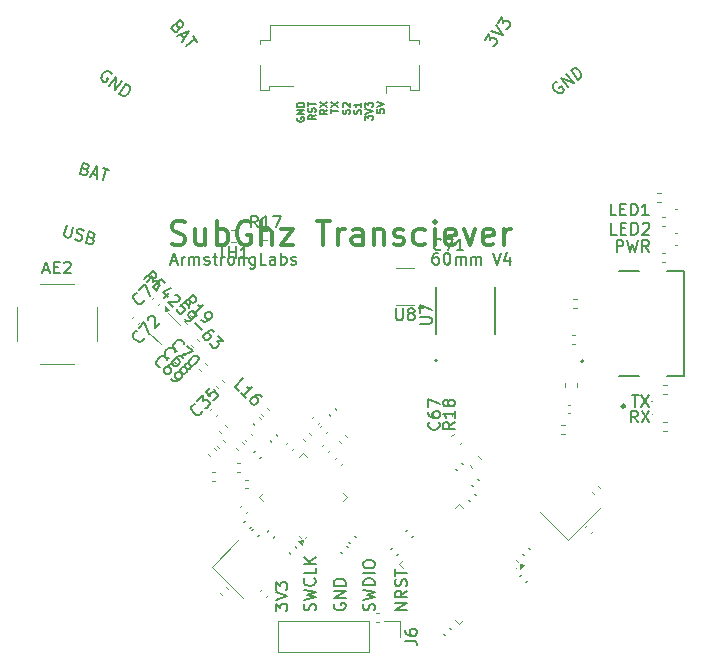
<source format=gbr>
%TF.GenerationSoftware,KiCad,Pcbnew,8.0.1*%
%TF.CreationDate,2025-05-01T03:19:42-07:00*%
%TF.ProjectId,rocketBeaconModule,726f636b-6574-4426-9561-636f6e4d6f64,rev?*%
%TF.SameCoordinates,Original*%
%TF.FileFunction,Legend,Top*%
%TF.FilePolarity,Positive*%
%FSLAX46Y46*%
G04 Gerber Fmt 4.6, Leading zero omitted, Abs format (unit mm)*
G04 Created by KiCad (PCBNEW 8.0.1) date 2025-05-01 03:19:42*
%MOMM*%
%LPD*%
G01*
G04 APERTURE LIST*
%ADD10C,0.150000*%
%ADD11C,0.300000*%
%ADD12C,0.120000*%
%ADD13C,0.254000*%
%ADD14C,0.100000*%
%ADD15C,0.127000*%
%ADD16C,0.200000*%
G04 APERTURE END LIST*
D10*
X71435238Y-150472611D02*
X71387619Y-150567849D01*
X71387619Y-150567849D02*
X71387619Y-150710706D01*
X71387619Y-150710706D02*
X71435238Y-150853563D01*
X71435238Y-150853563D02*
X71530476Y-150948801D01*
X71530476Y-150948801D02*
X71625714Y-150996420D01*
X71625714Y-150996420D02*
X71816190Y-151044039D01*
X71816190Y-151044039D02*
X71959047Y-151044039D01*
X71959047Y-151044039D02*
X72149523Y-150996420D01*
X72149523Y-150996420D02*
X72244761Y-150948801D01*
X72244761Y-150948801D02*
X72340000Y-150853563D01*
X72340000Y-150853563D02*
X72387619Y-150710706D01*
X72387619Y-150710706D02*
X72387619Y-150615468D01*
X72387619Y-150615468D02*
X72340000Y-150472611D01*
X72340000Y-150472611D02*
X72292380Y-150424992D01*
X72292380Y-150424992D02*
X71959047Y-150424992D01*
X71959047Y-150424992D02*
X71959047Y-150615468D01*
X72387619Y-149996420D02*
X71387619Y-149996420D01*
X71387619Y-149996420D02*
X72387619Y-149424992D01*
X72387619Y-149424992D02*
X71387619Y-149424992D01*
X72387619Y-148948801D02*
X71387619Y-148948801D01*
X71387619Y-148948801D02*
X71387619Y-148710706D01*
X71387619Y-148710706D02*
X71435238Y-148567849D01*
X71435238Y-148567849D02*
X71530476Y-148472611D01*
X71530476Y-148472611D02*
X71625714Y-148424992D01*
X71625714Y-148424992D02*
X71816190Y-148377373D01*
X71816190Y-148377373D02*
X71959047Y-148377373D01*
X71959047Y-148377373D02*
X72149523Y-148424992D01*
X72149523Y-148424992D02*
X72244761Y-148472611D01*
X72244761Y-148472611D02*
X72340000Y-148567849D01*
X72340000Y-148567849D02*
X72387619Y-148710706D01*
X72387619Y-148710706D02*
X72387619Y-148948801D01*
X69800000Y-151044039D02*
X69847619Y-150901182D01*
X69847619Y-150901182D02*
X69847619Y-150663087D01*
X69847619Y-150663087D02*
X69800000Y-150567849D01*
X69800000Y-150567849D02*
X69752380Y-150520230D01*
X69752380Y-150520230D02*
X69657142Y-150472611D01*
X69657142Y-150472611D02*
X69561904Y-150472611D01*
X69561904Y-150472611D02*
X69466666Y-150520230D01*
X69466666Y-150520230D02*
X69419047Y-150567849D01*
X69419047Y-150567849D02*
X69371428Y-150663087D01*
X69371428Y-150663087D02*
X69323809Y-150853563D01*
X69323809Y-150853563D02*
X69276190Y-150948801D01*
X69276190Y-150948801D02*
X69228571Y-150996420D01*
X69228571Y-150996420D02*
X69133333Y-151044039D01*
X69133333Y-151044039D02*
X69038095Y-151044039D01*
X69038095Y-151044039D02*
X68942857Y-150996420D01*
X68942857Y-150996420D02*
X68895238Y-150948801D01*
X68895238Y-150948801D02*
X68847619Y-150853563D01*
X68847619Y-150853563D02*
X68847619Y-150615468D01*
X68847619Y-150615468D02*
X68895238Y-150472611D01*
X68847619Y-150139277D02*
X69847619Y-149901182D01*
X69847619Y-149901182D02*
X69133333Y-149710706D01*
X69133333Y-149710706D02*
X69847619Y-149520230D01*
X69847619Y-149520230D02*
X68847619Y-149282135D01*
X69752380Y-148329754D02*
X69800000Y-148377373D01*
X69800000Y-148377373D02*
X69847619Y-148520230D01*
X69847619Y-148520230D02*
X69847619Y-148615468D01*
X69847619Y-148615468D02*
X69800000Y-148758325D01*
X69800000Y-148758325D02*
X69704761Y-148853563D01*
X69704761Y-148853563D02*
X69609523Y-148901182D01*
X69609523Y-148901182D02*
X69419047Y-148948801D01*
X69419047Y-148948801D02*
X69276190Y-148948801D01*
X69276190Y-148948801D02*
X69085714Y-148901182D01*
X69085714Y-148901182D02*
X68990476Y-148853563D01*
X68990476Y-148853563D02*
X68895238Y-148758325D01*
X68895238Y-148758325D02*
X68847619Y-148615468D01*
X68847619Y-148615468D02*
X68847619Y-148520230D01*
X68847619Y-148520230D02*
X68895238Y-148377373D01*
X68895238Y-148377373D02*
X68942857Y-148329754D01*
X69847619Y-147424992D02*
X69847619Y-147901182D01*
X69847619Y-147901182D02*
X68847619Y-147901182D01*
X69847619Y-147091658D02*
X68847619Y-147091658D01*
X69847619Y-146520230D02*
X69276190Y-146948801D01*
X68847619Y-146520230D02*
X69419047Y-147091658D01*
X90279281Y-106299790D02*
X90174915Y-106320901D01*
X90174915Y-106320901D02*
X90062342Y-106408852D01*
X90062342Y-106408852D02*
X89979086Y-106534328D01*
X89979086Y-106534328D02*
X89962672Y-106668011D01*
X89962672Y-106668011D02*
X89983782Y-106772377D01*
X89983782Y-106772377D02*
X90063527Y-106951792D01*
X90063527Y-106951792D02*
X90151479Y-107064365D01*
X90151479Y-107064365D02*
X90306272Y-107185145D01*
X90306272Y-107185145D02*
X90402430Y-107230876D01*
X90402430Y-107230876D02*
X90536114Y-107247290D01*
X90536114Y-107247290D02*
X90678004Y-107196863D01*
X90678004Y-107196863D02*
X90753052Y-107138229D01*
X90753052Y-107138229D02*
X90836308Y-107012753D01*
X90836308Y-107012753D02*
X90844515Y-106945911D01*
X90844515Y-106945911D02*
X90639295Y-106683241D01*
X90639295Y-106683241D02*
X90489197Y-106800510D01*
X91240869Y-106757105D02*
X90625207Y-105969094D01*
X90625207Y-105969094D02*
X91691160Y-106405298D01*
X91691160Y-106405298D02*
X91075499Y-105617287D01*
X92066404Y-106112126D02*
X91450742Y-105324115D01*
X91450742Y-105324115D02*
X91638364Y-105177529D01*
X91638364Y-105177529D02*
X91780254Y-105127102D01*
X91780254Y-105127102D02*
X91913937Y-105143516D01*
X91913937Y-105143516D02*
X92010096Y-105189248D01*
X92010096Y-105189248D02*
X92164889Y-105310028D01*
X92164889Y-105310028D02*
X92252841Y-105422601D01*
X92252841Y-105422601D02*
X92332585Y-105602015D01*
X92332585Y-105602015D02*
X92353695Y-105706381D01*
X92353695Y-105706381D02*
X92337281Y-105840064D01*
X92337281Y-105840064D02*
X92254025Y-105965540D01*
X92254025Y-105965540D02*
X92066404Y-106112126D01*
X95299352Y-117599619D02*
X94823162Y-117599619D01*
X94823162Y-117599619D02*
X94823162Y-116599619D01*
X95632686Y-117075809D02*
X95966019Y-117075809D01*
X96108876Y-117599619D02*
X95632686Y-117599619D01*
X95632686Y-117599619D02*
X95632686Y-116599619D01*
X95632686Y-116599619D02*
X96108876Y-116599619D01*
X96537448Y-117599619D02*
X96537448Y-116599619D01*
X96537448Y-116599619D02*
X96775543Y-116599619D01*
X96775543Y-116599619D02*
X96918400Y-116647238D01*
X96918400Y-116647238D02*
X97013638Y-116742476D01*
X97013638Y-116742476D02*
X97061257Y-116837714D01*
X97061257Y-116837714D02*
X97108876Y-117028190D01*
X97108876Y-117028190D02*
X97108876Y-117171047D01*
X97108876Y-117171047D02*
X97061257Y-117361523D01*
X97061257Y-117361523D02*
X97013638Y-117456761D01*
X97013638Y-117456761D02*
X96918400Y-117552000D01*
X96918400Y-117552000D02*
X96775543Y-117599619D01*
X96775543Y-117599619D02*
X96537448Y-117599619D01*
X98061257Y-117599619D02*
X97489829Y-117599619D01*
X97775543Y-117599619D02*
X97775543Y-116599619D01*
X97775543Y-116599619D02*
X97680305Y-116742476D01*
X97680305Y-116742476D02*
X97585067Y-116837714D01*
X97585067Y-116837714D02*
X97489829Y-116885333D01*
X77569219Y-150996420D02*
X76569219Y-150996420D01*
X76569219Y-150996420D02*
X77569219Y-150424992D01*
X77569219Y-150424992D02*
X76569219Y-150424992D01*
X77569219Y-149377373D02*
X77093028Y-149710706D01*
X77569219Y-149948801D02*
X76569219Y-149948801D01*
X76569219Y-149948801D02*
X76569219Y-149567849D01*
X76569219Y-149567849D02*
X76616838Y-149472611D01*
X76616838Y-149472611D02*
X76664457Y-149424992D01*
X76664457Y-149424992D02*
X76759695Y-149377373D01*
X76759695Y-149377373D02*
X76902552Y-149377373D01*
X76902552Y-149377373D02*
X76997790Y-149424992D01*
X76997790Y-149424992D02*
X77045409Y-149472611D01*
X77045409Y-149472611D02*
X77093028Y-149567849D01*
X77093028Y-149567849D02*
X77093028Y-149948801D01*
X77521600Y-148996420D02*
X77569219Y-148853563D01*
X77569219Y-148853563D02*
X77569219Y-148615468D01*
X77569219Y-148615468D02*
X77521600Y-148520230D01*
X77521600Y-148520230D02*
X77473980Y-148472611D01*
X77473980Y-148472611D02*
X77378742Y-148424992D01*
X77378742Y-148424992D02*
X77283504Y-148424992D01*
X77283504Y-148424992D02*
X77188266Y-148472611D01*
X77188266Y-148472611D02*
X77140647Y-148520230D01*
X77140647Y-148520230D02*
X77093028Y-148615468D01*
X77093028Y-148615468D02*
X77045409Y-148805944D01*
X77045409Y-148805944D02*
X76997790Y-148901182D01*
X76997790Y-148901182D02*
X76950171Y-148948801D01*
X76950171Y-148948801D02*
X76854933Y-148996420D01*
X76854933Y-148996420D02*
X76759695Y-148996420D01*
X76759695Y-148996420D02*
X76664457Y-148948801D01*
X76664457Y-148948801D02*
X76616838Y-148901182D01*
X76616838Y-148901182D02*
X76569219Y-148805944D01*
X76569219Y-148805944D02*
X76569219Y-148567849D01*
X76569219Y-148567849D02*
X76616838Y-148424992D01*
X76569219Y-148139277D02*
X76569219Y-147567849D01*
X77569219Y-147853563D02*
X76569219Y-147853563D01*
X48772051Y-118406510D02*
X48548916Y-119184674D01*
X48548916Y-119184674D02*
X48568439Y-119289348D01*
X48568439Y-119289348D02*
X48601088Y-119348248D01*
X48601088Y-119348248D02*
X48679511Y-119420274D01*
X48679511Y-119420274D02*
X48862609Y-119472776D01*
X48862609Y-119472776D02*
X48967283Y-119453253D01*
X48967283Y-119453253D02*
X49026183Y-119420604D01*
X49026183Y-119420604D02*
X49098208Y-119342181D01*
X49098208Y-119342181D02*
X49321343Y-118564017D01*
X49470801Y-119597635D02*
X49594998Y-119682786D01*
X49594998Y-119682786D02*
X49823870Y-119748414D01*
X49823870Y-119748414D02*
X49928545Y-119728890D01*
X49928545Y-119728890D02*
X49987445Y-119696242D01*
X49987445Y-119696242D02*
X50059470Y-119617818D01*
X50059470Y-119617818D02*
X50085721Y-119526270D01*
X50085721Y-119526270D02*
X50066198Y-119421595D01*
X50066198Y-119421595D02*
X50033549Y-119362695D01*
X50033549Y-119362695D02*
X49955126Y-119290670D01*
X49955126Y-119290670D02*
X49785154Y-119192393D01*
X49785154Y-119192393D02*
X49706731Y-119120368D01*
X49706731Y-119120368D02*
X49674082Y-119061468D01*
X49674082Y-119061468D02*
X49654559Y-118956793D01*
X49654559Y-118956793D02*
X49680810Y-118865245D01*
X49680810Y-118865245D02*
X49752836Y-118786822D01*
X49752836Y-118786822D02*
X49811736Y-118754173D01*
X49811736Y-118754173D02*
X49916410Y-118734650D01*
X49916410Y-118734650D02*
X50145282Y-118800277D01*
X50145282Y-118800277D02*
X50269479Y-118885429D01*
X50883739Y-119507407D02*
X51007937Y-119592558D01*
X51007937Y-119592558D02*
X51040585Y-119651458D01*
X51040585Y-119651458D02*
X51060109Y-119756133D01*
X51060109Y-119756133D02*
X51020732Y-119893456D01*
X51020732Y-119893456D02*
X50948706Y-119971879D01*
X50948706Y-119971879D02*
X50889806Y-120004528D01*
X50889806Y-120004528D02*
X50785132Y-120024051D01*
X50785132Y-120024051D02*
X50418937Y-119919046D01*
X50418937Y-119919046D02*
X50694574Y-118957785D01*
X50694574Y-118957785D02*
X51014995Y-119049664D01*
X51014995Y-119049664D02*
X51093418Y-119121689D01*
X51093418Y-119121689D02*
X51126067Y-119180589D01*
X51126067Y-119180589D02*
X51145590Y-119285263D01*
X51145590Y-119285263D02*
X51119339Y-119376812D01*
X51119339Y-119376812D02*
X51047313Y-119455235D01*
X51047313Y-119455235D02*
X50988413Y-119487884D01*
X50988413Y-119487884D02*
X50883739Y-119507407D01*
X50883739Y-119507407D02*
X50563319Y-119415528D01*
X80219752Y-120765219D02*
X80029276Y-120765219D01*
X80029276Y-120765219D02*
X79934038Y-120812838D01*
X79934038Y-120812838D02*
X79886419Y-120860457D01*
X79886419Y-120860457D02*
X79791181Y-121003314D01*
X79791181Y-121003314D02*
X79743562Y-121193790D01*
X79743562Y-121193790D02*
X79743562Y-121574742D01*
X79743562Y-121574742D02*
X79791181Y-121669980D01*
X79791181Y-121669980D02*
X79838800Y-121717600D01*
X79838800Y-121717600D02*
X79934038Y-121765219D01*
X79934038Y-121765219D02*
X80124514Y-121765219D01*
X80124514Y-121765219D02*
X80219752Y-121717600D01*
X80219752Y-121717600D02*
X80267371Y-121669980D01*
X80267371Y-121669980D02*
X80314990Y-121574742D01*
X80314990Y-121574742D02*
X80314990Y-121336647D01*
X80314990Y-121336647D02*
X80267371Y-121241409D01*
X80267371Y-121241409D02*
X80219752Y-121193790D01*
X80219752Y-121193790D02*
X80124514Y-121146171D01*
X80124514Y-121146171D02*
X79934038Y-121146171D01*
X79934038Y-121146171D02*
X79838800Y-121193790D01*
X79838800Y-121193790D02*
X79791181Y-121241409D01*
X79791181Y-121241409D02*
X79743562Y-121336647D01*
X80934038Y-120765219D02*
X81029276Y-120765219D01*
X81029276Y-120765219D02*
X81124514Y-120812838D01*
X81124514Y-120812838D02*
X81172133Y-120860457D01*
X81172133Y-120860457D02*
X81219752Y-120955695D01*
X81219752Y-120955695D02*
X81267371Y-121146171D01*
X81267371Y-121146171D02*
X81267371Y-121384266D01*
X81267371Y-121384266D02*
X81219752Y-121574742D01*
X81219752Y-121574742D02*
X81172133Y-121669980D01*
X81172133Y-121669980D02*
X81124514Y-121717600D01*
X81124514Y-121717600D02*
X81029276Y-121765219D01*
X81029276Y-121765219D02*
X80934038Y-121765219D01*
X80934038Y-121765219D02*
X80838800Y-121717600D01*
X80838800Y-121717600D02*
X80791181Y-121669980D01*
X80791181Y-121669980D02*
X80743562Y-121574742D01*
X80743562Y-121574742D02*
X80695943Y-121384266D01*
X80695943Y-121384266D02*
X80695943Y-121146171D01*
X80695943Y-121146171D02*
X80743562Y-120955695D01*
X80743562Y-120955695D02*
X80791181Y-120860457D01*
X80791181Y-120860457D02*
X80838800Y-120812838D01*
X80838800Y-120812838D02*
X80934038Y-120765219D01*
X81695943Y-121765219D02*
X81695943Y-121098552D01*
X81695943Y-121193790D02*
X81743562Y-121146171D01*
X81743562Y-121146171D02*
X81838800Y-121098552D01*
X81838800Y-121098552D02*
X81981657Y-121098552D01*
X81981657Y-121098552D02*
X82076895Y-121146171D01*
X82076895Y-121146171D02*
X82124514Y-121241409D01*
X82124514Y-121241409D02*
X82124514Y-121765219D01*
X82124514Y-121241409D02*
X82172133Y-121146171D01*
X82172133Y-121146171D02*
X82267371Y-121098552D01*
X82267371Y-121098552D02*
X82410228Y-121098552D01*
X82410228Y-121098552D02*
X82505467Y-121146171D01*
X82505467Y-121146171D02*
X82553086Y-121241409D01*
X82553086Y-121241409D02*
X82553086Y-121765219D01*
X83029276Y-121765219D02*
X83029276Y-121098552D01*
X83029276Y-121193790D02*
X83076895Y-121146171D01*
X83076895Y-121146171D02*
X83172133Y-121098552D01*
X83172133Y-121098552D02*
X83314990Y-121098552D01*
X83314990Y-121098552D02*
X83410228Y-121146171D01*
X83410228Y-121146171D02*
X83457847Y-121241409D01*
X83457847Y-121241409D02*
X83457847Y-121765219D01*
X83457847Y-121241409D02*
X83505466Y-121146171D01*
X83505466Y-121146171D02*
X83600704Y-121098552D01*
X83600704Y-121098552D02*
X83743561Y-121098552D01*
X83743561Y-121098552D02*
X83838800Y-121146171D01*
X83838800Y-121146171D02*
X83886419Y-121241409D01*
X83886419Y-121241409D02*
X83886419Y-121765219D01*
X68301061Y-109318512D02*
X68272490Y-109375655D01*
X68272490Y-109375655D02*
X68272490Y-109461369D01*
X68272490Y-109461369D02*
X68301061Y-109547083D01*
X68301061Y-109547083D02*
X68358204Y-109604226D01*
X68358204Y-109604226D02*
X68415347Y-109632797D01*
X68415347Y-109632797D02*
X68529633Y-109661369D01*
X68529633Y-109661369D02*
X68615347Y-109661369D01*
X68615347Y-109661369D02*
X68729633Y-109632797D01*
X68729633Y-109632797D02*
X68786776Y-109604226D01*
X68786776Y-109604226D02*
X68843919Y-109547083D01*
X68843919Y-109547083D02*
X68872490Y-109461369D01*
X68872490Y-109461369D02*
X68872490Y-109404226D01*
X68872490Y-109404226D02*
X68843919Y-109318512D01*
X68843919Y-109318512D02*
X68815347Y-109289940D01*
X68815347Y-109289940D02*
X68615347Y-109289940D01*
X68615347Y-109289940D02*
X68615347Y-109404226D01*
X68872490Y-109032797D02*
X68272490Y-109032797D01*
X68272490Y-109032797D02*
X68872490Y-108689940D01*
X68872490Y-108689940D02*
X68272490Y-108689940D01*
X68872490Y-108404226D02*
X68272490Y-108404226D01*
X68272490Y-108404226D02*
X68272490Y-108261369D01*
X68272490Y-108261369D02*
X68301061Y-108175655D01*
X68301061Y-108175655D02*
X68358204Y-108118512D01*
X68358204Y-108118512D02*
X68415347Y-108089941D01*
X68415347Y-108089941D02*
X68529633Y-108061369D01*
X68529633Y-108061369D02*
X68615347Y-108061369D01*
X68615347Y-108061369D02*
X68729633Y-108089941D01*
X68729633Y-108089941D02*
X68786776Y-108118512D01*
X68786776Y-108118512D02*
X68843919Y-108175655D01*
X68843919Y-108175655D02*
X68872490Y-108261369D01*
X68872490Y-108261369D02*
X68872490Y-108404226D01*
X69838456Y-109089941D02*
X69552742Y-109289941D01*
X69838456Y-109432798D02*
X69238456Y-109432798D01*
X69238456Y-109432798D02*
X69238456Y-109204227D01*
X69238456Y-109204227D02*
X69267027Y-109147084D01*
X69267027Y-109147084D02*
X69295599Y-109118513D01*
X69295599Y-109118513D02*
X69352742Y-109089941D01*
X69352742Y-109089941D02*
X69438456Y-109089941D01*
X69438456Y-109089941D02*
X69495599Y-109118513D01*
X69495599Y-109118513D02*
X69524170Y-109147084D01*
X69524170Y-109147084D02*
X69552742Y-109204227D01*
X69552742Y-109204227D02*
X69552742Y-109432798D01*
X69809885Y-108861370D02*
X69838456Y-108775656D01*
X69838456Y-108775656D02*
X69838456Y-108632798D01*
X69838456Y-108632798D02*
X69809885Y-108575656D01*
X69809885Y-108575656D02*
X69781313Y-108547084D01*
X69781313Y-108547084D02*
X69724170Y-108518513D01*
X69724170Y-108518513D02*
X69667027Y-108518513D01*
X69667027Y-108518513D02*
X69609885Y-108547084D01*
X69609885Y-108547084D02*
X69581313Y-108575656D01*
X69581313Y-108575656D02*
X69552742Y-108632798D01*
X69552742Y-108632798D02*
X69524170Y-108747084D01*
X69524170Y-108747084D02*
X69495599Y-108804227D01*
X69495599Y-108804227D02*
X69467027Y-108832798D01*
X69467027Y-108832798D02*
X69409885Y-108861370D01*
X69409885Y-108861370D02*
X69352742Y-108861370D01*
X69352742Y-108861370D02*
X69295599Y-108832798D01*
X69295599Y-108832798D02*
X69267027Y-108804227D01*
X69267027Y-108804227D02*
X69238456Y-108747084D01*
X69238456Y-108747084D02*
X69238456Y-108604227D01*
X69238456Y-108604227D02*
X69267027Y-108518513D01*
X69238456Y-108347084D02*
X69238456Y-108004227D01*
X69838456Y-108175655D02*
X69238456Y-108175655D01*
X70804422Y-108632798D02*
X70518708Y-108832798D01*
X70804422Y-108975655D02*
X70204422Y-108975655D01*
X70204422Y-108975655D02*
X70204422Y-108747084D01*
X70204422Y-108747084D02*
X70232993Y-108689941D01*
X70232993Y-108689941D02*
X70261565Y-108661370D01*
X70261565Y-108661370D02*
X70318708Y-108632798D01*
X70318708Y-108632798D02*
X70404422Y-108632798D01*
X70404422Y-108632798D02*
X70461565Y-108661370D01*
X70461565Y-108661370D02*
X70490136Y-108689941D01*
X70490136Y-108689941D02*
X70518708Y-108747084D01*
X70518708Y-108747084D02*
X70518708Y-108975655D01*
X70204422Y-108432798D02*
X70804422Y-108032798D01*
X70204422Y-108032798D02*
X70804422Y-108432798D01*
X71170388Y-108918513D02*
X71170388Y-108575656D01*
X71770388Y-108747084D02*
X71170388Y-108747084D01*
X71170388Y-108432798D02*
X71770388Y-108032798D01*
X71170388Y-108032798D02*
X71770388Y-108432798D01*
X72707783Y-108975656D02*
X72736354Y-108889942D01*
X72736354Y-108889942D02*
X72736354Y-108747084D01*
X72736354Y-108747084D02*
X72707783Y-108689942D01*
X72707783Y-108689942D02*
X72679211Y-108661370D01*
X72679211Y-108661370D02*
X72622068Y-108632799D01*
X72622068Y-108632799D02*
X72564925Y-108632799D01*
X72564925Y-108632799D02*
X72507783Y-108661370D01*
X72507783Y-108661370D02*
X72479211Y-108689942D01*
X72479211Y-108689942D02*
X72450640Y-108747084D01*
X72450640Y-108747084D02*
X72422068Y-108861370D01*
X72422068Y-108861370D02*
X72393497Y-108918513D01*
X72393497Y-108918513D02*
X72364925Y-108947084D01*
X72364925Y-108947084D02*
X72307783Y-108975656D01*
X72307783Y-108975656D02*
X72250640Y-108975656D01*
X72250640Y-108975656D02*
X72193497Y-108947084D01*
X72193497Y-108947084D02*
X72164925Y-108918513D01*
X72164925Y-108918513D02*
X72136354Y-108861370D01*
X72136354Y-108861370D02*
X72136354Y-108718513D01*
X72136354Y-108718513D02*
X72164925Y-108632799D01*
X72193497Y-108404227D02*
X72164925Y-108375655D01*
X72164925Y-108375655D02*
X72136354Y-108318513D01*
X72136354Y-108318513D02*
X72136354Y-108175655D01*
X72136354Y-108175655D02*
X72164925Y-108118513D01*
X72164925Y-108118513D02*
X72193497Y-108089941D01*
X72193497Y-108089941D02*
X72250640Y-108061370D01*
X72250640Y-108061370D02*
X72307783Y-108061370D01*
X72307783Y-108061370D02*
X72393497Y-108089941D01*
X72393497Y-108089941D02*
X72736354Y-108432798D01*
X72736354Y-108432798D02*
X72736354Y-108061370D01*
X73673749Y-108975656D02*
X73702320Y-108889942D01*
X73702320Y-108889942D02*
X73702320Y-108747084D01*
X73702320Y-108747084D02*
X73673749Y-108689942D01*
X73673749Y-108689942D02*
X73645177Y-108661370D01*
X73645177Y-108661370D02*
X73588034Y-108632799D01*
X73588034Y-108632799D02*
X73530891Y-108632799D01*
X73530891Y-108632799D02*
X73473749Y-108661370D01*
X73473749Y-108661370D02*
X73445177Y-108689942D01*
X73445177Y-108689942D02*
X73416606Y-108747084D01*
X73416606Y-108747084D02*
X73388034Y-108861370D01*
X73388034Y-108861370D02*
X73359463Y-108918513D01*
X73359463Y-108918513D02*
X73330891Y-108947084D01*
X73330891Y-108947084D02*
X73273749Y-108975656D01*
X73273749Y-108975656D02*
X73216606Y-108975656D01*
X73216606Y-108975656D02*
X73159463Y-108947084D01*
X73159463Y-108947084D02*
X73130891Y-108918513D01*
X73130891Y-108918513D02*
X73102320Y-108861370D01*
X73102320Y-108861370D02*
X73102320Y-108718513D01*
X73102320Y-108718513D02*
X73130891Y-108632799D01*
X73702320Y-108061370D02*
X73702320Y-108404227D01*
X73702320Y-108232798D02*
X73102320Y-108232798D01*
X73102320Y-108232798D02*
X73188034Y-108289941D01*
X73188034Y-108289941D02*
X73245177Y-108347084D01*
X73245177Y-108347084D02*
X73273749Y-108404227D01*
X74068286Y-109518513D02*
X74068286Y-109147085D01*
X74068286Y-109147085D02*
X74296857Y-109347085D01*
X74296857Y-109347085D02*
X74296857Y-109261370D01*
X74296857Y-109261370D02*
X74325429Y-109204228D01*
X74325429Y-109204228D02*
X74354000Y-109175656D01*
X74354000Y-109175656D02*
X74411143Y-109147085D01*
X74411143Y-109147085D02*
X74554000Y-109147085D01*
X74554000Y-109147085D02*
X74611143Y-109175656D01*
X74611143Y-109175656D02*
X74639715Y-109204228D01*
X74639715Y-109204228D02*
X74668286Y-109261370D01*
X74668286Y-109261370D02*
X74668286Y-109432799D01*
X74668286Y-109432799D02*
X74639715Y-109489942D01*
X74639715Y-109489942D02*
X74611143Y-109518513D01*
X74068286Y-108975656D02*
X74668286Y-108775656D01*
X74668286Y-108775656D02*
X74068286Y-108575656D01*
X74068286Y-108432798D02*
X74068286Y-108061370D01*
X74068286Y-108061370D02*
X74296857Y-108261370D01*
X74296857Y-108261370D02*
X74296857Y-108175655D01*
X74296857Y-108175655D02*
X74325429Y-108118513D01*
X74325429Y-108118513D02*
X74354000Y-108089941D01*
X74354000Y-108089941D02*
X74411143Y-108061370D01*
X74411143Y-108061370D02*
X74554000Y-108061370D01*
X74554000Y-108061370D02*
X74611143Y-108089941D01*
X74611143Y-108089941D02*
X74639715Y-108118513D01*
X74639715Y-108118513D02*
X74668286Y-108175655D01*
X74668286Y-108175655D02*
X74668286Y-108347084D01*
X74668286Y-108347084D02*
X74639715Y-108404227D01*
X74639715Y-108404227D02*
X74611143Y-108432798D01*
X75034252Y-108604227D02*
X75034252Y-108889941D01*
X75034252Y-108889941D02*
X75319966Y-108918513D01*
X75319966Y-108918513D02*
X75291395Y-108889941D01*
X75291395Y-108889941D02*
X75262823Y-108832799D01*
X75262823Y-108832799D02*
X75262823Y-108689941D01*
X75262823Y-108689941D02*
X75291395Y-108632799D01*
X75291395Y-108632799D02*
X75319966Y-108604227D01*
X75319966Y-108604227D02*
X75377109Y-108575656D01*
X75377109Y-108575656D02*
X75519966Y-108575656D01*
X75519966Y-108575656D02*
X75577109Y-108604227D01*
X75577109Y-108604227D02*
X75605681Y-108632799D01*
X75605681Y-108632799D02*
X75634252Y-108689941D01*
X75634252Y-108689941D02*
X75634252Y-108832799D01*
X75634252Y-108832799D02*
X75605681Y-108889941D01*
X75605681Y-108889941D02*
X75577109Y-108918513D01*
X75034252Y-108404227D02*
X75634252Y-108204227D01*
X75634252Y-108204227D02*
X75034252Y-108004227D01*
X57630085Y-121479504D02*
X58106275Y-121479504D01*
X57534847Y-121765219D02*
X57868180Y-120765219D01*
X57868180Y-120765219D02*
X58201513Y-121765219D01*
X58534847Y-121765219D02*
X58534847Y-121098552D01*
X58534847Y-121289028D02*
X58582466Y-121193790D01*
X58582466Y-121193790D02*
X58630085Y-121146171D01*
X58630085Y-121146171D02*
X58725323Y-121098552D01*
X58725323Y-121098552D02*
X58820561Y-121098552D01*
X59153895Y-121765219D02*
X59153895Y-121098552D01*
X59153895Y-121193790D02*
X59201514Y-121146171D01*
X59201514Y-121146171D02*
X59296752Y-121098552D01*
X59296752Y-121098552D02*
X59439609Y-121098552D01*
X59439609Y-121098552D02*
X59534847Y-121146171D01*
X59534847Y-121146171D02*
X59582466Y-121241409D01*
X59582466Y-121241409D02*
X59582466Y-121765219D01*
X59582466Y-121241409D02*
X59630085Y-121146171D01*
X59630085Y-121146171D02*
X59725323Y-121098552D01*
X59725323Y-121098552D02*
X59868180Y-121098552D01*
X59868180Y-121098552D02*
X59963419Y-121146171D01*
X59963419Y-121146171D02*
X60011038Y-121241409D01*
X60011038Y-121241409D02*
X60011038Y-121765219D01*
X60439609Y-121717600D02*
X60534847Y-121765219D01*
X60534847Y-121765219D02*
X60725323Y-121765219D01*
X60725323Y-121765219D02*
X60820561Y-121717600D01*
X60820561Y-121717600D02*
X60868180Y-121622361D01*
X60868180Y-121622361D02*
X60868180Y-121574742D01*
X60868180Y-121574742D02*
X60820561Y-121479504D01*
X60820561Y-121479504D02*
X60725323Y-121431885D01*
X60725323Y-121431885D02*
X60582466Y-121431885D01*
X60582466Y-121431885D02*
X60487228Y-121384266D01*
X60487228Y-121384266D02*
X60439609Y-121289028D01*
X60439609Y-121289028D02*
X60439609Y-121241409D01*
X60439609Y-121241409D02*
X60487228Y-121146171D01*
X60487228Y-121146171D02*
X60582466Y-121098552D01*
X60582466Y-121098552D02*
X60725323Y-121098552D01*
X60725323Y-121098552D02*
X60820561Y-121146171D01*
X61153895Y-121098552D02*
X61534847Y-121098552D01*
X61296752Y-120765219D02*
X61296752Y-121622361D01*
X61296752Y-121622361D02*
X61344371Y-121717600D01*
X61344371Y-121717600D02*
X61439609Y-121765219D01*
X61439609Y-121765219D02*
X61534847Y-121765219D01*
X61868181Y-121765219D02*
X61868181Y-121098552D01*
X61868181Y-121289028D02*
X61915800Y-121193790D01*
X61915800Y-121193790D02*
X61963419Y-121146171D01*
X61963419Y-121146171D02*
X62058657Y-121098552D01*
X62058657Y-121098552D02*
X62153895Y-121098552D01*
X62630086Y-121765219D02*
X62534848Y-121717600D01*
X62534848Y-121717600D02*
X62487229Y-121669980D01*
X62487229Y-121669980D02*
X62439610Y-121574742D01*
X62439610Y-121574742D02*
X62439610Y-121289028D01*
X62439610Y-121289028D02*
X62487229Y-121193790D01*
X62487229Y-121193790D02*
X62534848Y-121146171D01*
X62534848Y-121146171D02*
X62630086Y-121098552D01*
X62630086Y-121098552D02*
X62772943Y-121098552D01*
X62772943Y-121098552D02*
X62868181Y-121146171D01*
X62868181Y-121146171D02*
X62915800Y-121193790D01*
X62915800Y-121193790D02*
X62963419Y-121289028D01*
X62963419Y-121289028D02*
X62963419Y-121574742D01*
X62963419Y-121574742D02*
X62915800Y-121669980D01*
X62915800Y-121669980D02*
X62868181Y-121717600D01*
X62868181Y-121717600D02*
X62772943Y-121765219D01*
X62772943Y-121765219D02*
X62630086Y-121765219D01*
X63391991Y-121098552D02*
X63391991Y-121765219D01*
X63391991Y-121193790D02*
X63439610Y-121146171D01*
X63439610Y-121146171D02*
X63534848Y-121098552D01*
X63534848Y-121098552D02*
X63677705Y-121098552D01*
X63677705Y-121098552D02*
X63772943Y-121146171D01*
X63772943Y-121146171D02*
X63820562Y-121241409D01*
X63820562Y-121241409D02*
X63820562Y-121765219D01*
X64725324Y-121098552D02*
X64725324Y-121908076D01*
X64725324Y-121908076D02*
X64677705Y-122003314D01*
X64677705Y-122003314D02*
X64630086Y-122050933D01*
X64630086Y-122050933D02*
X64534848Y-122098552D01*
X64534848Y-122098552D02*
X64391991Y-122098552D01*
X64391991Y-122098552D02*
X64296753Y-122050933D01*
X64725324Y-121717600D02*
X64630086Y-121765219D01*
X64630086Y-121765219D02*
X64439610Y-121765219D01*
X64439610Y-121765219D02*
X64344372Y-121717600D01*
X64344372Y-121717600D02*
X64296753Y-121669980D01*
X64296753Y-121669980D02*
X64249134Y-121574742D01*
X64249134Y-121574742D02*
X64249134Y-121289028D01*
X64249134Y-121289028D02*
X64296753Y-121193790D01*
X64296753Y-121193790D02*
X64344372Y-121146171D01*
X64344372Y-121146171D02*
X64439610Y-121098552D01*
X64439610Y-121098552D02*
X64630086Y-121098552D01*
X64630086Y-121098552D02*
X64725324Y-121146171D01*
X65677705Y-121765219D02*
X65201515Y-121765219D01*
X65201515Y-121765219D02*
X65201515Y-120765219D01*
X66439610Y-121765219D02*
X66439610Y-121241409D01*
X66439610Y-121241409D02*
X66391991Y-121146171D01*
X66391991Y-121146171D02*
X66296753Y-121098552D01*
X66296753Y-121098552D02*
X66106277Y-121098552D01*
X66106277Y-121098552D02*
X66011039Y-121146171D01*
X66439610Y-121717600D02*
X66344372Y-121765219D01*
X66344372Y-121765219D02*
X66106277Y-121765219D01*
X66106277Y-121765219D02*
X66011039Y-121717600D01*
X66011039Y-121717600D02*
X65963420Y-121622361D01*
X65963420Y-121622361D02*
X65963420Y-121527123D01*
X65963420Y-121527123D02*
X66011039Y-121431885D01*
X66011039Y-121431885D02*
X66106277Y-121384266D01*
X66106277Y-121384266D02*
X66344372Y-121384266D01*
X66344372Y-121384266D02*
X66439610Y-121336647D01*
X66915801Y-121765219D02*
X66915801Y-120765219D01*
X66915801Y-121146171D02*
X67011039Y-121098552D01*
X67011039Y-121098552D02*
X67201515Y-121098552D01*
X67201515Y-121098552D02*
X67296753Y-121146171D01*
X67296753Y-121146171D02*
X67344372Y-121193790D01*
X67344372Y-121193790D02*
X67391991Y-121289028D01*
X67391991Y-121289028D02*
X67391991Y-121574742D01*
X67391991Y-121574742D02*
X67344372Y-121669980D01*
X67344372Y-121669980D02*
X67296753Y-121717600D01*
X67296753Y-121717600D02*
X67201515Y-121765219D01*
X67201515Y-121765219D02*
X67011039Y-121765219D01*
X67011039Y-121765219D02*
X66915801Y-121717600D01*
X67772944Y-121717600D02*
X67868182Y-121765219D01*
X67868182Y-121765219D02*
X68058658Y-121765219D01*
X68058658Y-121765219D02*
X68153896Y-121717600D01*
X68153896Y-121717600D02*
X68201515Y-121622361D01*
X68201515Y-121622361D02*
X68201515Y-121574742D01*
X68201515Y-121574742D02*
X68153896Y-121479504D01*
X68153896Y-121479504D02*
X68058658Y-121431885D01*
X68058658Y-121431885D02*
X67915801Y-121431885D01*
X67915801Y-121431885D02*
X67820563Y-121384266D01*
X67820563Y-121384266D02*
X67772944Y-121289028D01*
X67772944Y-121289028D02*
X67772944Y-121241409D01*
X67772944Y-121241409D02*
X67820563Y-121146171D01*
X67820563Y-121146171D02*
X67915801Y-121098552D01*
X67915801Y-121098552D02*
X68058658Y-121098552D01*
X68058658Y-121098552D02*
X68153896Y-121146171D01*
X95339067Y-120698419D02*
X95339067Y-119698419D01*
X95339067Y-119698419D02*
X95720019Y-119698419D01*
X95720019Y-119698419D02*
X95815257Y-119746038D01*
X95815257Y-119746038D02*
X95862876Y-119793657D01*
X95862876Y-119793657D02*
X95910495Y-119888895D01*
X95910495Y-119888895D02*
X95910495Y-120031752D01*
X95910495Y-120031752D02*
X95862876Y-120126990D01*
X95862876Y-120126990D02*
X95815257Y-120174609D01*
X95815257Y-120174609D02*
X95720019Y-120222228D01*
X95720019Y-120222228D02*
X95339067Y-120222228D01*
X96243829Y-119698419D02*
X96481924Y-120698419D01*
X96481924Y-120698419D02*
X96672400Y-119984133D01*
X96672400Y-119984133D02*
X96862876Y-120698419D01*
X96862876Y-120698419D02*
X97100972Y-119698419D01*
X98053352Y-120698419D02*
X97720019Y-120222228D01*
X97481924Y-120698419D02*
X97481924Y-119698419D01*
X97481924Y-119698419D02*
X97862876Y-119698419D01*
X97862876Y-119698419D02*
X97958114Y-119746038D01*
X97958114Y-119746038D02*
X98005733Y-119793657D01*
X98005733Y-119793657D02*
X98053352Y-119888895D01*
X98053352Y-119888895D02*
X98053352Y-120031752D01*
X98053352Y-120031752D02*
X98005733Y-120126990D01*
X98005733Y-120126990D02*
X97958114Y-120174609D01*
X97958114Y-120174609D02*
X97862876Y-120222228D01*
X97862876Y-120222228D02*
X97481924Y-120222228D01*
X84839276Y-120765219D02*
X85172609Y-121765219D01*
X85172609Y-121765219D02*
X85505942Y-120765219D01*
X86267847Y-121098552D02*
X86267847Y-121765219D01*
X86029752Y-120717600D02*
X85791657Y-121431885D01*
X85791657Y-121431885D02*
X86410704Y-121431885D01*
X74829200Y-151044039D02*
X74876819Y-150901182D01*
X74876819Y-150901182D02*
X74876819Y-150663087D01*
X74876819Y-150663087D02*
X74829200Y-150567849D01*
X74829200Y-150567849D02*
X74781580Y-150520230D01*
X74781580Y-150520230D02*
X74686342Y-150472611D01*
X74686342Y-150472611D02*
X74591104Y-150472611D01*
X74591104Y-150472611D02*
X74495866Y-150520230D01*
X74495866Y-150520230D02*
X74448247Y-150567849D01*
X74448247Y-150567849D02*
X74400628Y-150663087D01*
X74400628Y-150663087D02*
X74353009Y-150853563D01*
X74353009Y-150853563D02*
X74305390Y-150948801D01*
X74305390Y-150948801D02*
X74257771Y-150996420D01*
X74257771Y-150996420D02*
X74162533Y-151044039D01*
X74162533Y-151044039D02*
X74067295Y-151044039D01*
X74067295Y-151044039D02*
X73972057Y-150996420D01*
X73972057Y-150996420D02*
X73924438Y-150948801D01*
X73924438Y-150948801D02*
X73876819Y-150853563D01*
X73876819Y-150853563D02*
X73876819Y-150615468D01*
X73876819Y-150615468D02*
X73924438Y-150472611D01*
X73876819Y-150139277D02*
X74876819Y-149901182D01*
X74876819Y-149901182D02*
X74162533Y-149710706D01*
X74162533Y-149710706D02*
X74876819Y-149520230D01*
X74876819Y-149520230D02*
X73876819Y-149282135D01*
X74876819Y-148901182D02*
X73876819Y-148901182D01*
X73876819Y-148901182D02*
X73876819Y-148663087D01*
X73876819Y-148663087D02*
X73924438Y-148520230D01*
X73924438Y-148520230D02*
X74019676Y-148424992D01*
X74019676Y-148424992D02*
X74114914Y-148377373D01*
X74114914Y-148377373D02*
X74305390Y-148329754D01*
X74305390Y-148329754D02*
X74448247Y-148329754D01*
X74448247Y-148329754D02*
X74638723Y-148377373D01*
X74638723Y-148377373D02*
X74733961Y-148424992D01*
X74733961Y-148424992D02*
X74829200Y-148520230D01*
X74829200Y-148520230D02*
X74876819Y-148663087D01*
X74876819Y-148663087D02*
X74876819Y-148901182D01*
X74876819Y-147901182D02*
X73876819Y-147901182D01*
X73876819Y-147234516D02*
X73876819Y-147044040D01*
X73876819Y-147044040D02*
X73924438Y-146948802D01*
X73924438Y-146948802D02*
X74019676Y-146853564D01*
X74019676Y-146853564D02*
X74210152Y-146805945D01*
X74210152Y-146805945D02*
X74543485Y-146805945D01*
X74543485Y-146805945D02*
X74733961Y-146853564D01*
X74733961Y-146853564D02*
X74829200Y-146948802D01*
X74829200Y-146948802D02*
X74876819Y-147044040D01*
X74876819Y-147044040D02*
X74876819Y-147234516D01*
X74876819Y-147234516D02*
X74829200Y-147329754D01*
X74829200Y-147329754D02*
X74733961Y-147424992D01*
X74733961Y-147424992D02*
X74543485Y-147472611D01*
X74543485Y-147472611D02*
X74210152Y-147472611D01*
X74210152Y-147472611D02*
X74019676Y-147424992D01*
X74019676Y-147424992D02*
X73924438Y-147329754D01*
X73924438Y-147329754D02*
X73876819Y-147234516D01*
D11*
X57647084Y-119991200D02*
X57932798Y-120086438D01*
X57932798Y-120086438D02*
X58408989Y-120086438D01*
X58408989Y-120086438D02*
X58599465Y-119991200D01*
X58599465Y-119991200D02*
X58694703Y-119895961D01*
X58694703Y-119895961D02*
X58789941Y-119705485D01*
X58789941Y-119705485D02*
X58789941Y-119515009D01*
X58789941Y-119515009D02*
X58694703Y-119324533D01*
X58694703Y-119324533D02*
X58599465Y-119229295D01*
X58599465Y-119229295D02*
X58408989Y-119134057D01*
X58408989Y-119134057D02*
X58028036Y-119038819D01*
X58028036Y-119038819D02*
X57837560Y-118943580D01*
X57837560Y-118943580D02*
X57742322Y-118848342D01*
X57742322Y-118848342D02*
X57647084Y-118657866D01*
X57647084Y-118657866D02*
X57647084Y-118467390D01*
X57647084Y-118467390D02*
X57742322Y-118276914D01*
X57742322Y-118276914D02*
X57837560Y-118181676D01*
X57837560Y-118181676D02*
X58028036Y-118086438D01*
X58028036Y-118086438D02*
X58504227Y-118086438D01*
X58504227Y-118086438D02*
X58789941Y-118181676D01*
X60504227Y-118753104D02*
X60504227Y-120086438D01*
X59647084Y-118753104D02*
X59647084Y-119800723D01*
X59647084Y-119800723D02*
X59742322Y-119991200D01*
X59742322Y-119991200D02*
X59932798Y-120086438D01*
X59932798Y-120086438D02*
X60218513Y-120086438D01*
X60218513Y-120086438D02*
X60408989Y-119991200D01*
X60408989Y-119991200D02*
X60504227Y-119895961D01*
X61456608Y-120086438D02*
X61456608Y-118086438D01*
X61456608Y-118848342D02*
X61647084Y-118753104D01*
X61647084Y-118753104D02*
X62028037Y-118753104D01*
X62028037Y-118753104D02*
X62218513Y-118848342D01*
X62218513Y-118848342D02*
X62313751Y-118943580D01*
X62313751Y-118943580D02*
X62408989Y-119134057D01*
X62408989Y-119134057D02*
X62408989Y-119705485D01*
X62408989Y-119705485D02*
X62313751Y-119895961D01*
X62313751Y-119895961D02*
X62218513Y-119991200D01*
X62218513Y-119991200D02*
X62028037Y-120086438D01*
X62028037Y-120086438D02*
X61647084Y-120086438D01*
X61647084Y-120086438D02*
X61456608Y-119991200D01*
X64313751Y-118181676D02*
X64123275Y-118086438D01*
X64123275Y-118086438D02*
X63837561Y-118086438D01*
X63837561Y-118086438D02*
X63551846Y-118181676D01*
X63551846Y-118181676D02*
X63361370Y-118372152D01*
X63361370Y-118372152D02*
X63266132Y-118562628D01*
X63266132Y-118562628D02*
X63170894Y-118943580D01*
X63170894Y-118943580D02*
X63170894Y-119229295D01*
X63170894Y-119229295D02*
X63266132Y-119610247D01*
X63266132Y-119610247D02*
X63361370Y-119800723D01*
X63361370Y-119800723D02*
X63551846Y-119991200D01*
X63551846Y-119991200D02*
X63837561Y-120086438D01*
X63837561Y-120086438D02*
X64028037Y-120086438D01*
X64028037Y-120086438D02*
X64313751Y-119991200D01*
X64313751Y-119991200D02*
X64408989Y-119895961D01*
X64408989Y-119895961D02*
X64408989Y-119229295D01*
X64408989Y-119229295D02*
X64028037Y-119229295D01*
X65266132Y-120086438D02*
X65266132Y-118086438D01*
X66123275Y-120086438D02*
X66123275Y-119038819D01*
X66123275Y-119038819D02*
X66028037Y-118848342D01*
X66028037Y-118848342D02*
X65837561Y-118753104D01*
X65837561Y-118753104D02*
X65551846Y-118753104D01*
X65551846Y-118753104D02*
X65361370Y-118848342D01*
X65361370Y-118848342D02*
X65266132Y-118943580D01*
X66885180Y-118753104D02*
X67932799Y-118753104D01*
X67932799Y-118753104D02*
X66885180Y-120086438D01*
X66885180Y-120086438D02*
X67932799Y-120086438D01*
X69932800Y-118086438D02*
X71075657Y-118086438D01*
X70504228Y-120086438D02*
X70504228Y-118086438D01*
X71742324Y-120086438D02*
X71742324Y-118753104D01*
X71742324Y-119134057D02*
X71837562Y-118943580D01*
X71837562Y-118943580D02*
X71932800Y-118848342D01*
X71932800Y-118848342D02*
X72123276Y-118753104D01*
X72123276Y-118753104D02*
X72313753Y-118753104D01*
X73837562Y-120086438D02*
X73837562Y-119038819D01*
X73837562Y-119038819D02*
X73742324Y-118848342D01*
X73742324Y-118848342D02*
X73551848Y-118753104D01*
X73551848Y-118753104D02*
X73170895Y-118753104D01*
X73170895Y-118753104D02*
X72980419Y-118848342D01*
X73837562Y-119991200D02*
X73647086Y-120086438D01*
X73647086Y-120086438D02*
X73170895Y-120086438D01*
X73170895Y-120086438D02*
X72980419Y-119991200D01*
X72980419Y-119991200D02*
X72885181Y-119800723D01*
X72885181Y-119800723D02*
X72885181Y-119610247D01*
X72885181Y-119610247D02*
X72980419Y-119419771D01*
X72980419Y-119419771D02*
X73170895Y-119324533D01*
X73170895Y-119324533D02*
X73647086Y-119324533D01*
X73647086Y-119324533D02*
X73837562Y-119229295D01*
X74789943Y-118753104D02*
X74789943Y-120086438D01*
X74789943Y-118943580D02*
X74885181Y-118848342D01*
X74885181Y-118848342D02*
X75075657Y-118753104D01*
X75075657Y-118753104D02*
X75361372Y-118753104D01*
X75361372Y-118753104D02*
X75551848Y-118848342D01*
X75551848Y-118848342D02*
X75647086Y-119038819D01*
X75647086Y-119038819D02*
X75647086Y-120086438D01*
X76504229Y-119991200D02*
X76694705Y-120086438D01*
X76694705Y-120086438D02*
X77075657Y-120086438D01*
X77075657Y-120086438D02*
X77266134Y-119991200D01*
X77266134Y-119991200D02*
X77361372Y-119800723D01*
X77361372Y-119800723D02*
X77361372Y-119705485D01*
X77361372Y-119705485D02*
X77266134Y-119515009D01*
X77266134Y-119515009D02*
X77075657Y-119419771D01*
X77075657Y-119419771D02*
X76789943Y-119419771D01*
X76789943Y-119419771D02*
X76599467Y-119324533D01*
X76599467Y-119324533D02*
X76504229Y-119134057D01*
X76504229Y-119134057D02*
X76504229Y-119038819D01*
X76504229Y-119038819D02*
X76599467Y-118848342D01*
X76599467Y-118848342D02*
X76789943Y-118753104D01*
X76789943Y-118753104D02*
X77075657Y-118753104D01*
X77075657Y-118753104D02*
X77266134Y-118848342D01*
X79075658Y-119991200D02*
X78885182Y-120086438D01*
X78885182Y-120086438D02*
X78504229Y-120086438D01*
X78504229Y-120086438D02*
X78313753Y-119991200D01*
X78313753Y-119991200D02*
X78218515Y-119895961D01*
X78218515Y-119895961D02*
X78123277Y-119705485D01*
X78123277Y-119705485D02*
X78123277Y-119134057D01*
X78123277Y-119134057D02*
X78218515Y-118943580D01*
X78218515Y-118943580D02*
X78313753Y-118848342D01*
X78313753Y-118848342D02*
X78504229Y-118753104D01*
X78504229Y-118753104D02*
X78885182Y-118753104D01*
X78885182Y-118753104D02*
X79075658Y-118848342D01*
X79932801Y-120086438D02*
X79932801Y-118753104D01*
X79932801Y-118086438D02*
X79837563Y-118181676D01*
X79837563Y-118181676D02*
X79932801Y-118276914D01*
X79932801Y-118276914D02*
X80028039Y-118181676D01*
X80028039Y-118181676D02*
X79932801Y-118086438D01*
X79932801Y-118086438D02*
X79932801Y-118276914D01*
X81647087Y-119991200D02*
X81456611Y-120086438D01*
X81456611Y-120086438D02*
X81075658Y-120086438D01*
X81075658Y-120086438D02*
X80885182Y-119991200D01*
X80885182Y-119991200D02*
X80789944Y-119800723D01*
X80789944Y-119800723D02*
X80789944Y-119038819D01*
X80789944Y-119038819D02*
X80885182Y-118848342D01*
X80885182Y-118848342D02*
X81075658Y-118753104D01*
X81075658Y-118753104D02*
X81456611Y-118753104D01*
X81456611Y-118753104D02*
X81647087Y-118848342D01*
X81647087Y-118848342D02*
X81742325Y-119038819D01*
X81742325Y-119038819D02*
X81742325Y-119229295D01*
X81742325Y-119229295D02*
X80789944Y-119419771D01*
X82408992Y-118753104D02*
X82885182Y-120086438D01*
X82885182Y-120086438D02*
X83361373Y-118753104D01*
X84885183Y-119991200D02*
X84694707Y-120086438D01*
X84694707Y-120086438D02*
X84313754Y-120086438D01*
X84313754Y-120086438D02*
X84123278Y-119991200D01*
X84123278Y-119991200D02*
X84028040Y-119800723D01*
X84028040Y-119800723D02*
X84028040Y-119038819D01*
X84028040Y-119038819D02*
X84123278Y-118848342D01*
X84123278Y-118848342D02*
X84313754Y-118753104D01*
X84313754Y-118753104D02*
X84694707Y-118753104D01*
X84694707Y-118753104D02*
X84885183Y-118848342D01*
X84885183Y-118848342D02*
X84980421Y-119038819D01*
X84980421Y-119038819D02*
X84980421Y-119229295D01*
X84980421Y-119229295D02*
X84028040Y-119419771D01*
X85837564Y-120086438D02*
X85837564Y-118753104D01*
X85837564Y-119134057D02*
X85932802Y-118943580D01*
X85932802Y-118943580D02*
X86028040Y-118848342D01*
X86028040Y-118848342D02*
X86218516Y-118753104D01*
X86218516Y-118753104D02*
X86408993Y-118753104D01*
D10*
X97115333Y-135125619D02*
X96782000Y-134649428D01*
X96543905Y-135125619D02*
X96543905Y-134125619D01*
X96543905Y-134125619D02*
X96924857Y-134125619D01*
X96924857Y-134125619D02*
X97020095Y-134173238D01*
X97020095Y-134173238D02*
X97067714Y-134220857D01*
X97067714Y-134220857D02*
X97115333Y-134316095D01*
X97115333Y-134316095D02*
X97115333Y-134458952D01*
X97115333Y-134458952D02*
X97067714Y-134554190D01*
X97067714Y-134554190D02*
X97020095Y-134601809D01*
X97020095Y-134601809D02*
X96924857Y-134649428D01*
X96924857Y-134649428D02*
X96543905Y-134649428D01*
X97448667Y-134125619D02*
X98115333Y-135125619D01*
X98115333Y-134125619D02*
X97448667Y-135125619D01*
X50363513Y-113674635D02*
X50487711Y-113759786D01*
X50487711Y-113759786D02*
X50520359Y-113818686D01*
X50520359Y-113818686D02*
X50539882Y-113923360D01*
X50539882Y-113923360D02*
X50500506Y-114060683D01*
X50500506Y-114060683D02*
X50428480Y-114139107D01*
X50428480Y-114139107D02*
X50369580Y-114171755D01*
X50369580Y-114171755D02*
X50264906Y-114191279D01*
X50264906Y-114191279D02*
X49898711Y-114086274D01*
X49898711Y-114086274D02*
X50174348Y-113125012D01*
X50174348Y-113125012D02*
X50494769Y-113216891D01*
X50494769Y-113216891D02*
X50573192Y-113288917D01*
X50573192Y-113288917D02*
X50605841Y-113347817D01*
X50605841Y-113347817D02*
X50625364Y-113452491D01*
X50625364Y-113452491D02*
X50599113Y-113544040D01*
X50599113Y-113544040D02*
X50527087Y-113622463D01*
X50527087Y-113622463D02*
X50468187Y-113655112D01*
X50468187Y-113655112D02*
X50363513Y-113674635D01*
X50363513Y-113674635D02*
X50043092Y-113582756D01*
X50892952Y-114074139D02*
X51350695Y-114205395D01*
X50722650Y-114322534D02*
X51318707Y-113453152D01*
X51318707Y-113453152D02*
X51363491Y-114506293D01*
X51822226Y-113597533D02*
X52371518Y-113755040D01*
X51821234Y-114637549D02*
X52096872Y-113676287D01*
X52573756Y-105620903D02*
X52526353Y-105525557D01*
X52526353Y-105525557D02*
X52412262Y-105439584D01*
X52412262Y-105439584D02*
X52269514Y-105391641D01*
X52269514Y-105391641D02*
X52136138Y-105410385D01*
X52136138Y-105410385D02*
X52040792Y-105457788D01*
X52040792Y-105457788D02*
X51888130Y-105581251D01*
X51888130Y-105581251D02*
X51802156Y-105695342D01*
X51802156Y-105695342D02*
X51725555Y-105876121D01*
X51725555Y-105876121D02*
X51706270Y-105980839D01*
X51706270Y-105980839D02*
X51725015Y-106114216D01*
X51725015Y-106114216D02*
X51810447Y-106238219D01*
X51810447Y-106238219D02*
X51886508Y-106295535D01*
X51886508Y-106295535D02*
X52029257Y-106343478D01*
X52029257Y-106343478D02*
X52095945Y-106334106D01*
X52095945Y-106334106D02*
X52296550Y-106067894D01*
X52296550Y-106067894D02*
X52144429Y-105953263D01*
X52380901Y-106668087D02*
X52982716Y-105869452D01*
X52982716Y-105869452D02*
X52837265Y-107011982D01*
X52837265Y-107011982D02*
X53439080Y-106213346D01*
X53217567Y-107298560D02*
X53819382Y-106499925D01*
X53819382Y-106499925D02*
X54009533Y-106643214D01*
X54009533Y-106643214D02*
X54094966Y-106767218D01*
X54094966Y-106767218D02*
X54113711Y-106900594D01*
X54113711Y-106900594D02*
X54094426Y-107005312D01*
X54094426Y-107005312D02*
X54017825Y-107186091D01*
X54017825Y-107186091D02*
X53931851Y-107300182D01*
X53931851Y-107300182D02*
X53779189Y-107423645D01*
X53779189Y-107423645D02*
X53683843Y-107471048D01*
X53683843Y-107471048D02*
X53550467Y-107489793D01*
X53550467Y-107489793D02*
X53407718Y-107441849D01*
X53407718Y-107441849D02*
X53217567Y-107298560D01*
X95350152Y-119225219D02*
X94873962Y-119225219D01*
X94873962Y-119225219D02*
X94873962Y-118225219D01*
X95683486Y-118701409D02*
X96016819Y-118701409D01*
X96159676Y-119225219D02*
X95683486Y-119225219D01*
X95683486Y-119225219D02*
X95683486Y-118225219D01*
X95683486Y-118225219D02*
X96159676Y-118225219D01*
X96588248Y-119225219D02*
X96588248Y-118225219D01*
X96588248Y-118225219D02*
X96826343Y-118225219D01*
X96826343Y-118225219D02*
X96969200Y-118272838D01*
X96969200Y-118272838D02*
X97064438Y-118368076D01*
X97064438Y-118368076D02*
X97112057Y-118463314D01*
X97112057Y-118463314D02*
X97159676Y-118653790D01*
X97159676Y-118653790D02*
X97159676Y-118796647D01*
X97159676Y-118796647D02*
X97112057Y-118987123D01*
X97112057Y-118987123D02*
X97064438Y-119082361D01*
X97064438Y-119082361D02*
X96969200Y-119177600D01*
X96969200Y-119177600D02*
X96826343Y-119225219D01*
X96826343Y-119225219D02*
X96588248Y-119225219D01*
X97540629Y-118320457D02*
X97588248Y-118272838D01*
X97588248Y-118272838D02*
X97683486Y-118225219D01*
X97683486Y-118225219D02*
X97921581Y-118225219D01*
X97921581Y-118225219D02*
X98016819Y-118272838D01*
X98016819Y-118272838D02*
X98064438Y-118320457D01*
X98064438Y-118320457D02*
X98112057Y-118415695D01*
X98112057Y-118415695D02*
X98112057Y-118510933D01*
X98112057Y-118510933D02*
X98064438Y-118653790D01*
X98064438Y-118653790D02*
X97493010Y-119225219D01*
X97493010Y-119225219D02*
X98112057Y-119225219D01*
X96621695Y-132804819D02*
X97193123Y-132804819D01*
X96907409Y-133804819D02*
X96907409Y-132804819D01*
X97431219Y-132804819D02*
X98097885Y-133804819D01*
X98097885Y-132804819D02*
X97431219Y-133804819D01*
X84163495Y-102717888D02*
X84536047Y-102223495D01*
X84536047Y-102223495D02*
X84639684Y-102718969D01*
X84639684Y-102718969D02*
X84725657Y-102604878D01*
X84725657Y-102604878D02*
X84821003Y-102557476D01*
X84821003Y-102557476D02*
X84887691Y-102548103D01*
X84887691Y-102548103D02*
X84992410Y-102567389D01*
X84992410Y-102567389D02*
X85182561Y-102710678D01*
X85182561Y-102710678D02*
X85229964Y-102806024D01*
X85229964Y-102806024D02*
X85239336Y-102872712D01*
X85239336Y-102872712D02*
X85220051Y-102977431D01*
X85220051Y-102977431D02*
X85048104Y-103205612D01*
X85048104Y-103205612D02*
X84952758Y-103253015D01*
X84952758Y-103253015D02*
X84886070Y-103262387D01*
X84707994Y-101995313D02*
X85707234Y-102330916D01*
X85707234Y-102330916D02*
X85109204Y-101462889D01*
X85252493Y-101272738D02*
X85625045Y-100778344D01*
X85625045Y-100778344D02*
X85728683Y-101273819D01*
X85728683Y-101273819D02*
X85814656Y-101159728D01*
X85814656Y-101159728D02*
X85910002Y-101112326D01*
X85910002Y-101112326D02*
X85976690Y-101102953D01*
X85976690Y-101102953D02*
X86081409Y-101122239D01*
X86081409Y-101122239D02*
X86271560Y-101265528D01*
X86271560Y-101265528D02*
X86318963Y-101360874D01*
X86318963Y-101360874D02*
X86328335Y-101427562D01*
X86328335Y-101427562D02*
X86309050Y-101532280D01*
X86309050Y-101532280D02*
X86137102Y-101760462D01*
X86137102Y-101760462D02*
X86041756Y-101807865D01*
X86041756Y-101807865D02*
X85975068Y-101817237D01*
X66460019Y-151091658D02*
X66460019Y-150472611D01*
X66460019Y-150472611D02*
X66840971Y-150805944D01*
X66840971Y-150805944D02*
X66840971Y-150663087D01*
X66840971Y-150663087D02*
X66888590Y-150567849D01*
X66888590Y-150567849D02*
X66936209Y-150520230D01*
X66936209Y-150520230D02*
X67031447Y-150472611D01*
X67031447Y-150472611D02*
X67269542Y-150472611D01*
X67269542Y-150472611D02*
X67364780Y-150520230D01*
X67364780Y-150520230D02*
X67412400Y-150567849D01*
X67412400Y-150567849D02*
X67460019Y-150663087D01*
X67460019Y-150663087D02*
X67460019Y-150948801D01*
X67460019Y-150948801D02*
X67412400Y-151044039D01*
X67412400Y-151044039D02*
X67364780Y-151091658D01*
X66460019Y-150186896D02*
X67460019Y-149853563D01*
X67460019Y-149853563D02*
X66460019Y-149520230D01*
X66460019Y-149282134D02*
X66460019Y-148663087D01*
X66460019Y-148663087D02*
X66840971Y-148996420D01*
X66840971Y-148996420D02*
X66840971Y-148853563D01*
X66840971Y-148853563D02*
X66888590Y-148758325D01*
X66888590Y-148758325D02*
X66936209Y-148710706D01*
X66936209Y-148710706D02*
X67031447Y-148663087D01*
X67031447Y-148663087D02*
X67269542Y-148663087D01*
X67269542Y-148663087D02*
X67364780Y-148710706D01*
X67364780Y-148710706D02*
X67412400Y-148758325D01*
X67412400Y-148758325D02*
X67460019Y-148853563D01*
X67460019Y-148853563D02*
X67460019Y-149139277D01*
X67460019Y-149139277D02*
X67412400Y-149234515D01*
X67412400Y-149234515D02*
X67364780Y-149282134D01*
X58223148Y-101636298D02*
X58273575Y-101778188D01*
X58273575Y-101778188D02*
X58265368Y-101845029D01*
X58265368Y-101845029D02*
X58219637Y-101941188D01*
X58219637Y-101941188D02*
X58107064Y-102029140D01*
X58107064Y-102029140D02*
X58002698Y-102050250D01*
X58002698Y-102050250D02*
X57935856Y-102042043D01*
X57935856Y-102042043D02*
X57839697Y-101996311D01*
X57839697Y-101996311D02*
X57605160Y-101696117D01*
X57605160Y-101696117D02*
X58393171Y-101080455D01*
X58393171Y-101080455D02*
X58598391Y-101343125D01*
X58598391Y-101343125D02*
X58619501Y-101447491D01*
X58619501Y-101447491D02*
X58611294Y-101514333D01*
X58611294Y-101514333D02*
X58565563Y-101610492D01*
X58565563Y-101610492D02*
X58490514Y-101669126D01*
X58490514Y-101669126D02*
X58386148Y-101690236D01*
X58386148Y-101690236D02*
X58319307Y-101682029D01*
X58319307Y-101682029D02*
X58223148Y-101636298D01*
X58223148Y-101636298D02*
X58017927Y-101373627D01*
X58416650Y-102270700D02*
X58709822Y-102645943D01*
X58132870Y-102371554D02*
X59126101Y-102018563D01*
X59126101Y-102018563D02*
X58543311Y-102896895D01*
X59448590Y-102431331D02*
X59800397Y-102881623D01*
X58836483Y-103272138D02*
X59624494Y-102656477D01*
X58110125Y-129042337D02*
X58042781Y-129042337D01*
X58042781Y-129042337D02*
X57908094Y-128974993D01*
X57908094Y-128974993D02*
X57840751Y-128907650D01*
X57840751Y-128907650D02*
X57773407Y-128772963D01*
X57773407Y-128772963D02*
X57773407Y-128638276D01*
X57773407Y-128638276D02*
X57807079Y-128537261D01*
X57807079Y-128537261D02*
X57908094Y-128368902D01*
X57908094Y-128368902D02*
X58009109Y-128267887D01*
X58009109Y-128267887D02*
X58177468Y-128166871D01*
X58177468Y-128166871D02*
X58278483Y-128133200D01*
X58278483Y-128133200D02*
X58413170Y-128133200D01*
X58413170Y-128133200D02*
X58547857Y-128200543D01*
X58547857Y-128200543D02*
X58615201Y-128267887D01*
X58615201Y-128267887D02*
X58682544Y-128402574D01*
X58682544Y-128402574D02*
X58682544Y-128469917D01*
X58985590Y-128638276D02*
X59456995Y-129109680D01*
X59456995Y-129109680D02*
X58446842Y-129513741D01*
X59861056Y-129513742D02*
X59928399Y-129581085D01*
X59928399Y-129581085D02*
X59962071Y-129682100D01*
X59962071Y-129682100D02*
X59962071Y-129749444D01*
X59962071Y-129749444D02*
X59928399Y-129850459D01*
X59928399Y-129850459D02*
X59827384Y-130018818D01*
X59827384Y-130018818D02*
X59659025Y-130187177D01*
X59659025Y-130187177D02*
X59490667Y-130288192D01*
X59490667Y-130288192D02*
X59389651Y-130321864D01*
X59389651Y-130321864D02*
X59322308Y-130321864D01*
X59322308Y-130321864D02*
X59221293Y-130288192D01*
X59221293Y-130288192D02*
X59153949Y-130220848D01*
X59153949Y-130220848D02*
X59120277Y-130119833D01*
X59120277Y-130119833D02*
X59120277Y-130052490D01*
X59120277Y-130052490D02*
X59153949Y-129951474D01*
X59153949Y-129951474D02*
X59254964Y-129783116D01*
X59254964Y-129783116D02*
X59423323Y-129614757D01*
X59423323Y-129614757D02*
X59591682Y-129513742D01*
X59591682Y-129513742D02*
X59692697Y-129480070D01*
X59692697Y-129480070D02*
X59760041Y-129480070D01*
X59760041Y-129480070D02*
X59861056Y-129513742D01*
X57398925Y-129702737D02*
X57331581Y-129702737D01*
X57331581Y-129702737D02*
X57196894Y-129635393D01*
X57196894Y-129635393D02*
X57129551Y-129568050D01*
X57129551Y-129568050D02*
X57062207Y-129433363D01*
X57062207Y-129433363D02*
X57062207Y-129298676D01*
X57062207Y-129298676D02*
X57095879Y-129197661D01*
X57095879Y-129197661D02*
X57196894Y-129029302D01*
X57196894Y-129029302D02*
X57297909Y-128928287D01*
X57297909Y-128928287D02*
X57466268Y-128827271D01*
X57466268Y-128827271D02*
X57567283Y-128793600D01*
X57567283Y-128793600D02*
X57701970Y-128793600D01*
X57701970Y-128793600D02*
X57836657Y-128860943D01*
X57836657Y-128860943D02*
X57904001Y-128928287D01*
X57904001Y-128928287D02*
X57971344Y-129062974D01*
X57971344Y-129062974D02*
X57971344Y-129130317D01*
X58644779Y-129669065D02*
X58510092Y-129534378D01*
X58510092Y-129534378D02*
X58409077Y-129500706D01*
X58409077Y-129500706D02*
X58341734Y-129500706D01*
X58341734Y-129500706D02*
X58173375Y-129534378D01*
X58173375Y-129534378D02*
X58005016Y-129635393D01*
X58005016Y-129635393D02*
X57735642Y-129904767D01*
X57735642Y-129904767D02*
X57701970Y-130005783D01*
X57701970Y-130005783D02*
X57701970Y-130073126D01*
X57701970Y-130073126D02*
X57735642Y-130174141D01*
X57735642Y-130174141D02*
X57870329Y-130308828D01*
X57870329Y-130308828D02*
X57971344Y-130342500D01*
X57971344Y-130342500D02*
X58038688Y-130342500D01*
X58038688Y-130342500D02*
X58139703Y-130308828D01*
X58139703Y-130308828D02*
X58308062Y-130140470D01*
X58308062Y-130140470D02*
X58341734Y-130039454D01*
X58341734Y-130039454D02*
X58341734Y-129972111D01*
X58341734Y-129972111D02*
X58308062Y-129871096D01*
X58308062Y-129871096D02*
X58173375Y-129736409D01*
X58173375Y-129736409D02*
X58072360Y-129702737D01*
X58072360Y-129702737D02*
X58005016Y-129702737D01*
X58005016Y-129702737D02*
X57904001Y-129736409D01*
X58813138Y-130443516D02*
X58779467Y-130342500D01*
X58779467Y-130342500D02*
X58779467Y-130275157D01*
X58779467Y-130275157D02*
X58813138Y-130174142D01*
X58813138Y-130174142D02*
X58846810Y-130140470D01*
X58846810Y-130140470D02*
X58947825Y-130106798D01*
X58947825Y-130106798D02*
X59015169Y-130106798D01*
X59015169Y-130106798D02*
X59116184Y-130140470D01*
X59116184Y-130140470D02*
X59250871Y-130275157D01*
X59250871Y-130275157D02*
X59284543Y-130376172D01*
X59284543Y-130376172D02*
X59284543Y-130443516D01*
X59284543Y-130443516D02*
X59250871Y-130544531D01*
X59250871Y-130544531D02*
X59217199Y-130578203D01*
X59217199Y-130578203D02*
X59116184Y-130611874D01*
X59116184Y-130611874D02*
X59048841Y-130611874D01*
X59048841Y-130611874D02*
X58947825Y-130578203D01*
X58947825Y-130578203D02*
X58813138Y-130443516D01*
X58813138Y-130443516D02*
X58712123Y-130409844D01*
X58712123Y-130409844D02*
X58644780Y-130409844D01*
X58644780Y-130409844D02*
X58543764Y-130443516D01*
X58543764Y-130443516D02*
X58409077Y-130578203D01*
X58409077Y-130578203D02*
X58375406Y-130679218D01*
X58375406Y-130679218D02*
X58375406Y-130746561D01*
X58375406Y-130746561D02*
X58409077Y-130847577D01*
X58409077Y-130847577D02*
X58543764Y-130982264D01*
X58543764Y-130982264D02*
X58644780Y-131015935D01*
X58644780Y-131015935D02*
X58712123Y-131015935D01*
X58712123Y-131015935D02*
X58813138Y-130982264D01*
X58813138Y-130982264D02*
X58947825Y-130847577D01*
X58947825Y-130847577D02*
X58981497Y-130746561D01*
X58981497Y-130746561D02*
X58981497Y-130679218D01*
X58981497Y-130679218D02*
X58947825Y-130578203D01*
X80276380Y-135110457D02*
X80324000Y-135158076D01*
X80324000Y-135158076D02*
X80371619Y-135300933D01*
X80371619Y-135300933D02*
X80371619Y-135396171D01*
X80371619Y-135396171D02*
X80324000Y-135539028D01*
X80324000Y-135539028D02*
X80228761Y-135634266D01*
X80228761Y-135634266D02*
X80133523Y-135681885D01*
X80133523Y-135681885D02*
X79943047Y-135729504D01*
X79943047Y-135729504D02*
X79800190Y-135729504D01*
X79800190Y-135729504D02*
X79609714Y-135681885D01*
X79609714Y-135681885D02*
X79514476Y-135634266D01*
X79514476Y-135634266D02*
X79419238Y-135539028D01*
X79419238Y-135539028D02*
X79371619Y-135396171D01*
X79371619Y-135396171D02*
X79371619Y-135300933D01*
X79371619Y-135300933D02*
X79419238Y-135158076D01*
X79419238Y-135158076D02*
X79466857Y-135110457D01*
X79371619Y-134253314D02*
X79371619Y-134443790D01*
X79371619Y-134443790D02*
X79419238Y-134539028D01*
X79419238Y-134539028D02*
X79466857Y-134586647D01*
X79466857Y-134586647D02*
X79609714Y-134681885D01*
X79609714Y-134681885D02*
X79800190Y-134729504D01*
X79800190Y-134729504D02*
X80181142Y-134729504D01*
X80181142Y-134729504D02*
X80276380Y-134681885D01*
X80276380Y-134681885D02*
X80324000Y-134634266D01*
X80324000Y-134634266D02*
X80371619Y-134539028D01*
X80371619Y-134539028D02*
X80371619Y-134348552D01*
X80371619Y-134348552D02*
X80324000Y-134253314D01*
X80324000Y-134253314D02*
X80276380Y-134205695D01*
X80276380Y-134205695D02*
X80181142Y-134158076D01*
X80181142Y-134158076D02*
X79943047Y-134158076D01*
X79943047Y-134158076D02*
X79847809Y-134205695D01*
X79847809Y-134205695D02*
X79800190Y-134253314D01*
X79800190Y-134253314D02*
X79752571Y-134348552D01*
X79752571Y-134348552D02*
X79752571Y-134539028D01*
X79752571Y-134539028D02*
X79800190Y-134634266D01*
X79800190Y-134634266D02*
X79847809Y-134681885D01*
X79847809Y-134681885D02*
X79943047Y-134729504D01*
X79371619Y-133824742D02*
X79371619Y-133158076D01*
X79371619Y-133158076D02*
X80371619Y-133586647D01*
X77416019Y-153596933D02*
X78130304Y-153596933D01*
X78130304Y-153596933D02*
X78273161Y-153644552D01*
X78273161Y-153644552D02*
X78368400Y-153739790D01*
X78368400Y-153739790D02*
X78416019Y-153882647D01*
X78416019Y-153882647D02*
X78416019Y-153977885D01*
X77416019Y-152692171D02*
X77416019Y-152882647D01*
X77416019Y-152882647D02*
X77463638Y-152977885D01*
X77463638Y-152977885D02*
X77511257Y-153025504D01*
X77511257Y-153025504D02*
X77654114Y-153120742D01*
X77654114Y-153120742D02*
X77844590Y-153168361D01*
X77844590Y-153168361D02*
X78225542Y-153168361D01*
X78225542Y-153168361D02*
X78320780Y-153120742D01*
X78320780Y-153120742D02*
X78368400Y-153073123D01*
X78368400Y-153073123D02*
X78416019Y-152977885D01*
X78416019Y-152977885D02*
X78416019Y-152787409D01*
X78416019Y-152787409D02*
X78368400Y-152692171D01*
X78368400Y-152692171D02*
X78320780Y-152644552D01*
X78320780Y-152644552D02*
X78225542Y-152596933D01*
X78225542Y-152596933D02*
X77987447Y-152596933D01*
X77987447Y-152596933D02*
X77892209Y-152644552D01*
X77892209Y-152644552D02*
X77844590Y-152692171D01*
X77844590Y-152692171D02*
X77796971Y-152787409D01*
X77796971Y-152787409D02*
X77796971Y-152977885D01*
X77796971Y-152977885D02*
X77844590Y-153073123D01*
X77844590Y-153073123D02*
X77892209Y-153120742D01*
X77892209Y-153120742D02*
X77987447Y-153168361D01*
X64939942Y-118614019D02*
X64606609Y-118137828D01*
X64368514Y-118614019D02*
X64368514Y-117614019D01*
X64368514Y-117614019D02*
X64749466Y-117614019D01*
X64749466Y-117614019D02*
X64844704Y-117661638D01*
X64844704Y-117661638D02*
X64892323Y-117709257D01*
X64892323Y-117709257D02*
X64939942Y-117804495D01*
X64939942Y-117804495D02*
X64939942Y-117947352D01*
X64939942Y-117947352D02*
X64892323Y-118042590D01*
X64892323Y-118042590D02*
X64844704Y-118090209D01*
X64844704Y-118090209D02*
X64749466Y-118137828D01*
X64749466Y-118137828D02*
X64368514Y-118137828D01*
X65892323Y-118614019D02*
X65320895Y-118614019D01*
X65606609Y-118614019D02*
X65606609Y-117614019D01*
X65606609Y-117614019D02*
X65511371Y-117756876D01*
X65511371Y-117756876D02*
X65416133Y-117852114D01*
X65416133Y-117852114D02*
X65320895Y-117899733D01*
X66225657Y-117614019D02*
X66892323Y-117614019D01*
X66892323Y-117614019D02*
X66463752Y-118614019D01*
X81634819Y-135110457D02*
X81158628Y-135443790D01*
X81634819Y-135681885D02*
X80634819Y-135681885D01*
X80634819Y-135681885D02*
X80634819Y-135300933D01*
X80634819Y-135300933D02*
X80682438Y-135205695D01*
X80682438Y-135205695D02*
X80730057Y-135158076D01*
X80730057Y-135158076D02*
X80825295Y-135110457D01*
X80825295Y-135110457D02*
X80968152Y-135110457D01*
X80968152Y-135110457D02*
X81063390Y-135158076D01*
X81063390Y-135158076D02*
X81111009Y-135205695D01*
X81111009Y-135205695D02*
X81158628Y-135300933D01*
X81158628Y-135300933D02*
X81158628Y-135681885D01*
X81634819Y-134158076D02*
X81634819Y-134729504D01*
X81634819Y-134443790D02*
X80634819Y-134443790D01*
X80634819Y-134443790D02*
X80777676Y-134539028D01*
X80777676Y-134539028D02*
X80872914Y-134634266D01*
X80872914Y-134634266D02*
X80920533Y-134729504D01*
X81063390Y-133586647D02*
X81015771Y-133681885D01*
X81015771Y-133681885D02*
X80968152Y-133729504D01*
X80968152Y-133729504D02*
X80872914Y-133777123D01*
X80872914Y-133777123D02*
X80825295Y-133777123D01*
X80825295Y-133777123D02*
X80730057Y-133729504D01*
X80730057Y-133729504D02*
X80682438Y-133681885D01*
X80682438Y-133681885D02*
X80634819Y-133586647D01*
X80634819Y-133586647D02*
X80634819Y-133396171D01*
X80634819Y-133396171D02*
X80682438Y-133300933D01*
X80682438Y-133300933D02*
X80730057Y-133253314D01*
X80730057Y-133253314D02*
X80825295Y-133205695D01*
X80825295Y-133205695D02*
X80872914Y-133205695D01*
X80872914Y-133205695D02*
X80968152Y-133253314D01*
X80968152Y-133253314D02*
X81015771Y-133300933D01*
X81015771Y-133300933D02*
X81063390Y-133396171D01*
X81063390Y-133396171D02*
X81063390Y-133586647D01*
X81063390Y-133586647D02*
X81111009Y-133681885D01*
X81111009Y-133681885D02*
X81158628Y-133729504D01*
X81158628Y-133729504D02*
X81253866Y-133777123D01*
X81253866Y-133777123D02*
X81444342Y-133777123D01*
X81444342Y-133777123D02*
X81539580Y-133729504D01*
X81539580Y-133729504D02*
X81587200Y-133681885D01*
X81587200Y-133681885D02*
X81634819Y-133586647D01*
X81634819Y-133586647D02*
X81634819Y-133396171D01*
X81634819Y-133396171D02*
X81587200Y-133300933D01*
X81587200Y-133300933D02*
X81539580Y-133253314D01*
X81539580Y-133253314D02*
X81444342Y-133205695D01*
X81444342Y-133205695D02*
X81253866Y-133205695D01*
X81253866Y-133205695D02*
X81158628Y-133253314D01*
X81158628Y-133253314D02*
X81111009Y-133300933D01*
X81111009Y-133300933D02*
X81063390Y-133396171D01*
X61604686Y-120214019D02*
X62176114Y-120214019D01*
X61890400Y-121214019D02*
X61890400Y-120214019D01*
X62509448Y-121214019D02*
X62509448Y-120214019D01*
X62509448Y-120690209D02*
X63080876Y-120690209D01*
X63080876Y-121214019D02*
X63080876Y-120214019D01*
X64080876Y-121214019D02*
X63509448Y-121214019D01*
X63795162Y-121214019D02*
X63795162Y-120214019D01*
X63795162Y-120214019D02*
X63699924Y-120356876D01*
X63699924Y-120356876D02*
X63604686Y-120452114D01*
X63604686Y-120452114D02*
X63509448Y-120499733D01*
X55316649Y-124754986D02*
X55316649Y-124822330D01*
X55316649Y-124822330D02*
X55249305Y-124957017D01*
X55249305Y-124957017D02*
X55181962Y-125024360D01*
X55181962Y-125024360D02*
X55047275Y-125091704D01*
X55047275Y-125091704D02*
X54912588Y-125091704D01*
X54912588Y-125091704D02*
X54811573Y-125058032D01*
X54811573Y-125058032D02*
X54643214Y-124957017D01*
X54643214Y-124957017D02*
X54542199Y-124856002D01*
X54542199Y-124856002D02*
X54441183Y-124687643D01*
X54441183Y-124687643D02*
X54407512Y-124586628D01*
X54407512Y-124586628D02*
X54407512Y-124451941D01*
X54407512Y-124451941D02*
X54474855Y-124317254D01*
X54474855Y-124317254D02*
X54542199Y-124249910D01*
X54542199Y-124249910D02*
X54676886Y-124182567D01*
X54676886Y-124182567D02*
X54744229Y-124182567D01*
X54912588Y-123879521D02*
X55383992Y-123408116D01*
X55383992Y-123408116D02*
X55788053Y-124418269D01*
X55586023Y-123206086D02*
X56023756Y-122768353D01*
X56023756Y-122768353D02*
X56057428Y-123273429D01*
X56057428Y-123273429D02*
X56158443Y-123172414D01*
X56158443Y-123172414D02*
X56259458Y-123138742D01*
X56259458Y-123138742D02*
X56326802Y-123138742D01*
X56326802Y-123138742D02*
X56427817Y-123172414D01*
X56427817Y-123172414D02*
X56596176Y-123340773D01*
X56596176Y-123340773D02*
X56629847Y-123441788D01*
X56629847Y-123441788D02*
X56629847Y-123509131D01*
X56629847Y-123509131D02*
X56596176Y-123610147D01*
X56596176Y-123610147D02*
X56394145Y-123812177D01*
X56394145Y-123812177D02*
X56293130Y-123845849D01*
X56293130Y-123845849D02*
X56225786Y-123845849D01*
X63347940Y-132440521D02*
X63011223Y-132103804D01*
X63011223Y-132103804D02*
X63718329Y-131396697D01*
X63954032Y-133046613D02*
X63549971Y-132642552D01*
X63752001Y-132844583D02*
X64459108Y-132137476D01*
X64459108Y-132137476D02*
X64290749Y-132171148D01*
X64290749Y-132171148D02*
X64156062Y-132171148D01*
X64156062Y-132171148D02*
X64055047Y-132137476D01*
X65267230Y-132945598D02*
X65132543Y-132810911D01*
X65132543Y-132810911D02*
X65031528Y-132777239D01*
X65031528Y-132777239D02*
X64964184Y-132777239D01*
X64964184Y-132777239D02*
X64795826Y-132810911D01*
X64795826Y-132810911D02*
X64627467Y-132911926D01*
X64627467Y-132911926D02*
X64358093Y-133181300D01*
X64358093Y-133181300D02*
X64324421Y-133282315D01*
X64324421Y-133282315D02*
X64324421Y-133349659D01*
X64324421Y-133349659D02*
X64358093Y-133450674D01*
X64358093Y-133450674D02*
X64492780Y-133585361D01*
X64492780Y-133585361D02*
X64593795Y-133619033D01*
X64593795Y-133619033D02*
X64661139Y-133619033D01*
X64661139Y-133619033D02*
X64762154Y-133585361D01*
X64762154Y-133585361D02*
X64930513Y-133417002D01*
X64930513Y-133417002D02*
X64964184Y-133315987D01*
X64964184Y-133315987D02*
X64964184Y-133248644D01*
X64964184Y-133248644D02*
X64930513Y-133147628D01*
X64930513Y-133147628D02*
X64795826Y-133012941D01*
X64795826Y-133012941D02*
X64694810Y-132979270D01*
X64694810Y-132979270D02*
X64627467Y-132979270D01*
X64627467Y-132979270D02*
X64526452Y-133012941D01*
X55354670Y-122970701D02*
X56061777Y-122263595D01*
X56061777Y-122263595D02*
X56331151Y-122532969D01*
X56331151Y-122532969D02*
X56364823Y-122633984D01*
X56364823Y-122633984D02*
X56364823Y-122701327D01*
X56364823Y-122701327D02*
X56331151Y-122802343D01*
X56331151Y-122802343D02*
X56230136Y-122903358D01*
X56230136Y-122903358D02*
X56129120Y-122937030D01*
X56129120Y-122937030D02*
X56061777Y-122937030D01*
X56061777Y-122937030D02*
X55960762Y-122903358D01*
X55960762Y-122903358D02*
X55691388Y-122633984D01*
X56432166Y-123307419D02*
X56667868Y-123543121D01*
X56398494Y-124014526D02*
X56061777Y-123677808D01*
X56061777Y-123677808D02*
X56768884Y-122970701D01*
X56768884Y-122970701D02*
X57105601Y-123307419D01*
X57475990Y-124149213D02*
X57004586Y-124620617D01*
X57577006Y-123711480D02*
X56903571Y-124048197D01*
X56903571Y-124048197D02*
X57341303Y-124485930D01*
X57981067Y-124317571D02*
X58048410Y-124317571D01*
X58048410Y-124317571D02*
X58149426Y-124351243D01*
X58149426Y-124351243D02*
X58317784Y-124519602D01*
X58317784Y-124519602D02*
X58351456Y-124620617D01*
X58351456Y-124620617D02*
X58351456Y-124687961D01*
X58351456Y-124687961D02*
X58317784Y-124788976D01*
X58317784Y-124788976D02*
X58250441Y-124856319D01*
X58250441Y-124856319D02*
X58115754Y-124923663D01*
X58115754Y-124923663D02*
X57307632Y-124923663D01*
X57307632Y-124923663D02*
X57745364Y-125361396D01*
X59092235Y-125294052D02*
X58755517Y-124957335D01*
X58755517Y-124957335D02*
X58385128Y-125260381D01*
X58385128Y-125260381D02*
X58452471Y-125260381D01*
X58452471Y-125260381D02*
X58553487Y-125294052D01*
X58553487Y-125294052D02*
X58721845Y-125462411D01*
X58721845Y-125462411D02*
X58755517Y-125563426D01*
X58755517Y-125563426D02*
X58755517Y-125630770D01*
X58755517Y-125630770D02*
X58721845Y-125731785D01*
X58721845Y-125731785D02*
X58553487Y-125900144D01*
X58553487Y-125900144D02*
X58452471Y-125933816D01*
X58452471Y-125933816D02*
X58385128Y-125933816D01*
X58385128Y-125933816D02*
X58284113Y-125900144D01*
X58284113Y-125900144D02*
X58115754Y-125731785D01*
X58115754Y-125731785D02*
X58082082Y-125630770D01*
X58082082Y-125630770D02*
X58082082Y-125563426D01*
X58755517Y-126371548D02*
X58890204Y-126506235D01*
X58890204Y-126506235D02*
X58991219Y-126539907D01*
X58991219Y-126539907D02*
X59058563Y-126539907D01*
X59058563Y-126539907D02*
X59226922Y-126506235D01*
X59226922Y-126506235D02*
X59395280Y-126405220D01*
X59395280Y-126405220D02*
X59664654Y-126135846D01*
X59664654Y-126135846D02*
X59698326Y-126034831D01*
X59698326Y-126034831D02*
X59698326Y-125967487D01*
X59698326Y-125967487D02*
X59664654Y-125866472D01*
X59664654Y-125866472D02*
X59529967Y-125731785D01*
X59529967Y-125731785D02*
X59428952Y-125698113D01*
X59428952Y-125698113D02*
X59361609Y-125698113D01*
X59361609Y-125698113D02*
X59260593Y-125731785D01*
X59260593Y-125731785D02*
X59092235Y-125900144D01*
X59092235Y-125900144D02*
X59058563Y-126001159D01*
X59058563Y-126001159D02*
X59058563Y-126068503D01*
X59058563Y-126068503D02*
X59092235Y-126169518D01*
X59092235Y-126169518D02*
X59226922Y-126304205D01*
X59226922Y-126304205D02*
X59327937Y-126337877D01*
X59327937Y-126337877D02*
X59395280Y-126337877D01*
X59395280Y-126337877D02*
X59496296Y-126304205D01*
X59664654Y-126741938D02*
X60203402Y-127280686D01*
X61280898Y-127482716D02*
X61146211Y-127348029D01*
X61146211Y-127348029D02*
X61045196Y-127314357D01*
X61045196Y-127314357D02*
X60977853Y-127314357D01*
X60977853Y-127314357D02*
X60809494Y-127348029D01*
X60809494Y-127348029D02*
X60641135Y-127449044D01*
X60641135Y-127449044D02*
X60371761Y-127718418D01*
X60371761Y-127718418D02*
X60338089Y-127819434D01*
X60338089Y-127819434D02*
X60338089Y-127886777D01*
X60338089Y-127886777D02*
X60371761Y-127987792D01*
X60371761Y-127987792D02*
X60506448Y-128122479D01*
X60506448Y-128122479D02*
X60607463Y-128156151D01*
X60607463Y-128156151D02*
X60674807Y-128156151D01*
X60674807Y-128156151D02*
X60775822Y-128122479D01*
X60775822Y-128122479D02*
X60944181Y-127954121D01*
X60944181Y-127954121D02*
X60977853Y-127853105D01*
X60977853Y-127853105D02*
X60977853Y-127785762D01*
X60977853Y-127785762D02*
X60944181Y-127684747D01*
X60944181Y-127684747D02*
X60809494Y-127550060D01*
X60809494Y-127550060D02*
X60708479Y-127516388D01*
X60708479Y-127516388D02*
X60641135Y-127516388D01*
X60641135Y-127516388D02*
X60540120Y-127550060D01*
X61583944Y-127785762D02*
X62021677Y-128223495D01*
X62021677Y-128223495D02*
X61516601Y-128257166D01*
X61516601Y-128257166D02*
X61617616Y-128358182D01*
X61617616Y-128358182D02*
X61651288Y-128459197D01*
X61651288Y-128459197D02*
X61651288Y-128526540D01*
X61651288Y-128526540D02*
X61617616Y-128627556D01*
X61617616Y-128627556D02*
X61449257Y-128795914D01*
X61449257Y-128795914D02*
X61348242Y-128829586D01*
X61348242Y-128829586D02*
X61280898Y-128829586D01*
X61280898Y-128829586D02*
X61179883Y-128795914D01*
X61179883Y-128795914D02*
X60977853Y-128593884D01*
X60977853Y-128593884D02*
X60944181Y-128492869D01*
X60944181Y-128492869D02*
X60944181Y-128425525D01*
X55280737Y-127970274D02*
X55280737Y-128037618D01*
X55280737Y-128037618D02*
X55213393Y-128172305D01*
X55213393Y-128172305D02*
X55146050Y-128239648D01*
X55146050Y-128239648D02*
X55011363Y-128306992D01*
X55011363Y-128306992D02*
X54876676Y-128306992D01*
X54876676Y-128306992D02*
X54775661Y-128273320D01*
X54775661Y-128273320D02*
X54607302Y-128172305D01*
X54607302Y-128172305D02*
X54506287Y-128071290D01*
X54506287Y-128071290D02*
X54405271Y-127902931D01*
X54405271Y-127902931D02*
X54371600Y-127801916D01*
X54371600Y-127801916D02*
X54371600Y-127667229D01*
X54371600Y-127667229D02*
X54438943Y-127532542D01*
X54438943Y-127532542D02*
X54506287Y-127465198D01*
X54506287Y-127465198D02*
X54640974Y-127397855D01*
X54640974Y-127397855D02*
X54708317Y-127397855D01*
X54876676Y-127094809D02*
X55348080Y-126623404D01*
X55348080Y-126623404D02*
X55752141Y-127633557D01*
X55651126Y-126455045D02*
X55651126Y-126387702D01*
X55651126Y-126387702D02*
X55684798Y-126286687D01*
X55684798Y-126286687D02*
X55853157Y-126118328D01*
X55853157Y-126118328D02*
X55954172Y-126084656D01*
X55954172Y-126084656D02*
X56021516Y-126084656D01*
X56021516Y-126084656D02*
X56122531Y-126118328D01*
X56122531Y-126118328D02*
X56189874Y-126185671D01*
X56189874Y-126185671D02*
X56257218Y-126320358D01*
X56257218Y-126320358D02*
X56257218Y-127128480D01*
X56257218Y-127128480D02*
X56694951Y-126690748D01*
X56687725Y-130413937D02*
X56620381Y-130413937D01*
X56620381Y-130413937D02*
X56485694Y-130346593D01*
X56485694Y-130346593D02*
X56418351Y-130279250D01*
X56418351Y-130279250D02*
X56351007Y-130144563D01*
X56351007Y-130144563D02*
X56351007Y-130009876D01*
X56351007Y-130009876D02*
X56384679Y-129908861D01*
X56384679Y-129908861D02*
X56485694Y-129740502D01*
X56485694Y-129740502D02*
X56586709Y-129639487D01*
X56586709Y-129639487D02*
X56755068Y-129538471D01*
X56755068Y-129538471D02*
X56856083Y-129504800D01*
X56856083Y-129504800D02*
X56990770Y-129504800D01*
X56990770Y-129504800D02*
X57125457Y-129572143D01*
X57125457Y-129572143D02*
X57192801Y-129639487D01*
X57192801Y-129639487D02*
X57260144Y-129774174D01*
X57260144Y-129774174D02*
X57260144Y-129841517D01*
X57933579Y-130380265D02*
X57798892Y-130245578D01*
X57798892Y-130245578D02*
X57697877Y-130211906D01*
X57697877Y-130211906D02*
X57630534Y-130211906D01*
X57630534Y-130211906D02*
X57462175Y-130245578D01*
X57462175Y-130245578D02*
X57293816Y-130346593D01*
X57293816Y-130346593D02*
X57024442Y-130615967D01*
X57024442Y-130615967D02*
X56990770Y-130716983D01*
X56990770Y-130716983D02*
X56990770Y-130784326D01*
X56990770Y-130784326D02*
X57024442Y-130885341D01*
X57024442Y-130885341D02*
X57159129Y-131020028D01*
X57159129Y-131020028D02*
X57260144Y-131053700D01*
X57260144Y-131053700D02*
X57327488Y-131053700D01*
X57327488Y-131053700D02*
X57428503Y-131020028D01*
X57428503Y-131020028D02*
X57596862Y-130851670D01*
X57596862Y-130851670D02*
X57630534Y-130750654D01*
X57630534Y-130750654D02*
X57630534Y-130683311D01*
X57630534Y-130683311D02*
X57596862Y-130582296D01*
X57596862Y-130582296D02*
X57462175Y-130447609D01*
X57462175Y-130447609D02*
X57361160Y-130413937D01*
X57361160Y-130413937D02*
X57293816Y-130413937D01*
X57293816Y-130413937D02*
X57192801Y-130447609D01*
X57630534Y-131491433D02*
X57765221Y-131626120D01*
X57765221Y-131626120D02*
X57866236Y-131659792D01*
X57866236Y-131659792D02*
X57933580Y-131659792D01*
X57933580Y-131659792D02*
X58101938Y-131626120D01*
X58101938Y-131626120D02*
X58270297Y-131525105D01*
X58270297Y-131525105D02*
X58539671Y-131255731D01*
X58539671Y-131255731D02*
X58573343Y-131154716D01*
X58573343Y-131154716D02*
X58573343Y-131087372D01*
X58573343Y-131087372D02*
X58539671Y-130986357D01*
X58539671Y-130986357D02*
X58404984Y-130851670D01*
X58404984Y-130851670D02*
X58303969Y-130817998D01*
X58303969Y-130817998D02*
X58236625Y-130817998D01*
X58236625Y-130817998D02*
X58135610Y-130851670D01*
X58135610Y-130851670D02*
X57967251Y-131020029D01*
X57967251Y-131020029D02*
X57933580Y-131121044D01*
X57933580Y-131121044D02*
X57933580Y-131188387D01*
X57933580Y-131188387D02*
X57967251Y-131289403D01*
X57967251Y-131289403D02*
X58101938Y-131424090D01*
X58101938Y-131424090D02*
X58202954Y-131457761D01*
X58202954Y-131457761D02*
X58270297Y-131457761D01*
X58270297Y-131457761D02*
X58371312Y-131424090D01*
X76657295Y-125465319D02*
X76657295Y-126274842D01*
X76657295Y-126274842D02*
X76704914Y-126370080D01*
X76704914Y-126370080D02*
X76752533Y-126417700D01*
X76752533Y-126417700D02*
X76847771Y-126465319D01*
X76847771Y-126465319D02*
X77038247Y-126465319D01*
X77038247Y-126465319D02*
X77133485Y-126417700D01*
X77133485Y-126417700D02*
X77181104Y-126370080D01*
X77181104Y-126370080D02*
X77228723Y-126274842D01*
X77228723Y-126274842D02*
X77228723Y-125465319D01*
X77847771Y-125893890D02*
X77752533Y-125846271D01*
X77752533Y-125846271D02*
X77704914Y-125798652D01*
X77704914Y-125798652D02*
X77657295Y-125703414D01*
X77657295Y-125703414D02*
X77657295Y-125655795D01*
X77657295Y-125655795D02*
X77704914Y-125560557D01*
X77704914Y-125560557D02*
X77752533Y-125512938D01*
X77752533Y-125512938D02*
X77847771Y-125465319D01*
X77847771Y-125465319D02*
X78038247Y-125465319D01*
X78038247Y-125465319D02*
X78133485Y-125512938D01*
X78133485Y-125512938D02*
X78181104Y-125560557D01*
X78181104Y-125560557D02*
X78228723Y-125655795D01*
X78228723Y-125655795D02*
X78228723Y-125703414D01*
X78228723Y-125703414D02*
X78181104Y-125798652D01*
X78181104Y-125798652D02*
X78133485Y-125846271D01*
X78133485Y-125846271D02*
X78038247Y-125893890D01*
X78038247Y-125893890D02*
X77847771Y-125893890D01*
X77847771Y-125893890D02*
X77752533Y-125941509D01*
X77752533Y-125941509D02*
X77704914Y-125989128D01*
X77704914Y-125989128D02*
X77657295Y-126084366D01*
X77657295Y-126084366D02*
X77657295Y-126274842D01*
X77657295Y-126274842D02*
X77704914Y-126370080D01*
X77704914Y-126370080D02*
X77752533Y-126417700D01*
X77752533Y-126417700D02*
X77847771Y-126465319D01*
X77847771Y-126465319D02*
X78038247Y-126465319D01*
X78038247Y-126465319D02*
X78133485Y-126417700D01*
X78133485Y-126417700D02*
X78181104Y-126370080D01*
X78181104Y-126370080D02*
X78228723Y-126274842D01*
X78228723Y-126274842D02*
X78228723Y-126084366D01*
X78228723Y-126084366D02*
X78181104Y-125989128D01*
X78181104Y-125989128D02*
X78133485Y-125941509D01*
X78133485Y-125941509D02*
X78038247Y-125893890D01*
X46788533Y-122215904D02*
X47264723Y-122215904D01*
X46693295Y-122501619D02*
X47026628Y-121501619D01*
X47026628Y-121501619D02*
X47359961Y-122501619D01*
X47693295Y-121977809D02*
X48026628Y-121977809D01*
X48169485Y-122501619D02*
X47693295Y-122501619D01*
X47693295Y-122501619D02*
X47693295Y-121501619D01*
X47693295Y-121501619D02*
X48169485Y-121501619D01*
X48550438Y-121596857D02*
X48598057Y-121549238D01*
X48598057Y-121549238D02*
X48693295Y-121501619D01*
X48693295Y-121501619D02*
X48931390Y-121501619D01*
X48931390Y-121501619D02*
X49026628Y-121549238D01*
X49026628Y-121549238D02*
X49074247Y-121596857D01*
X49074247Y-121596857D02*
X49121866Y-121692095D01*
X49121866Y-121692095D02*
X49121866Y-121787333D01*
X49121866Y-121787333D02*
X49074247Y-121930190D01*
X49074247Y-121930190D02*
X48502819Y-122501619D01*
X48502819Y-122501619D02*
X49121866Y-122501619D01*
X60244249Y-134152986D02*
X60244249Y-134220330D01*
X60244249Y-134220330D02*
X60176905Y-134355017D01*
X60176905Y-134355017D02*
X60109562Y-134422360D01*
X60109562Y-134422360D02*
X59974875Y-134489704D01*
X59974875Y-134489704D02*
X59840188Y-134489704D01*
X59840188Y-134489704D02*
X59739173Y-134456032D01*
X59739173Y-134456032D02*
X59570814Y-134355017D01*
X59570814Y-134355017D02*
X59469799Y-134254002D01*
X59469799Y-134254002D02*
X59368783Y-134085643D01*
X59368783Y-134085643D02*
X59335112Y-133984628D01*
X59335112Y-133984628D02*
X59335112Y-133849941D01*
X59335112Y-133849941D02*
X59402455Y-133715254D01*
X59402455Y-133715254D02*
X59469799Y-133647910D01*
X59469799Y-133647910D02*
X59604486Y-133580567D01*
X59604486Y-133580567D02*
X59671829Y-133580567D01*
X59840188Y-133277521D02*
X60277921Y-132839788D01*
X60277921Y-132839788D02*
X60311592Y-133344864D01*
X60311592Y-133344864D02*
X60412608Y-133243849D01*
X60412608Y-133243849D02*
X60513623Y-133210177D01*
X60513623Y-133210177D02*
X60580966Y-133210177D01*
X60580966Y-133210177D02*
X60681982Y-133243849D01*
X60681982Y-133243849D02*
X60850340Y-133412208D01*
X60850340Y-133412208D02*
X60884012Y-133513223D01*
X60884012Y-133513223D02*
X60884012Y-133580567D01*
X60884012Y-133580567D02*
X60850340Y-133681582D01*
X60850340Y-133681582D02*
X60648310Y-133883612D01*
X60648310Y-133883612D02*
X60547295Y-133917284D01*
X60547295Y-133917284D02*
X60479951Y-133917284D01*
X60917684Y-132200025D02*
X60580966Y-132536742D01*
X60580966Y-132536742D02*
X60884012Y-132907131D01*
X60884012Y-132907131D02*
X60884012Y-132839788D01*
X60884012Y-132839788D02*
X60917684Y-132738773D01*
X60917684Y-132738773D02*
X61086043Y-132570414D01*
X61086043Y-132570414D02*
X61187058Y-132536742D01*
X61187058Y-132536742D02*
X61254402Y-132536742D01*
X61254402Y-132536742D02*
X61355417Y-132570414D01*
X61355417Y-132570414D02*
X61523776Y-132738773D01*
X61523776Y-132738773D02*
X61557447Y-132839788D01*
X61557447Y-132839788D02*
X61557447Y-132907131D01*
X61557447Y-132907131D02*
X61523776Y-133008147D01*
X61523776Y-133008147D02*
X61355417Y-133176505D01*
X61355417Y-133176505D02*
X61254402Y-133210177D01*
X61254402Y-133210177D02*
X61187058Y-133210177D01*
X59131540Y-125430121D02*
X59232555Y-124857702D01*
X58727479Y-125026060D02*
X59434586Y-124318954D01*
X59434586Y-124318954D02*
X59703960Y-124588328D01*
X59703960Y-124588328D02*
X59737632Y-124689343D01*
X59737632Y-124689343D02*
X59737632Y-124756686D01*
X59737632Y-124756686D02*
X59703960Y-124857702D01*
X59703960Y-124857702D02*
X59602945Y-124958717D01*
X59602945Y-124958717D02*
X59501929Y-124992389D01*
X59501929Y-124992389D02*
X59434586Y-124992389D01*
X59434586Y-124992389D02*
X59333571Y-124958717D01*
X59333571Y-124958717D02*
X59064197Y-124689343D01*
X59804975Y-126103556D02*
X59400914Y-125699495D01*
X59602945Y-125901526D02*
X60310051Y-125194419D01*
X60310051Y-125194419D02*
X60141693Y-125228091D01*
X60141693Y-125228091D02*
X60007006Y-125228091D01*
X60007006Y-125228091D02*
X59905990Y-125194419D01*
X60141693Y-126440274D02*
X60276380Y-126574961D01*
X60276380Y-126574961D02*
X60377395Y-126608633D01*
X60377395Y-126608633D02*
X60444739Y-126608633D01*
X60444739Y-126608633D02*
X60613097Y-126574961D01*
X60613097Y-126574961D02*
X60781456Y-126473946D01*
X60781456Y-126473946D02*
X61050830Y-126204572D01*
X61050830Y-126204572D02*
X61084502Y-126103557D01*
X61084502Y-126103557D02*
X61084502Y-126036213D01*
X61084502Y-126036213D02*
X61050830Y-125935198D01*
X61050830Y-125935198D02*
X60916143Y-125800511D01*
X60916143Y-125800511D02*
X60815128Y-125766839D01*
X60815128Y-125766839D02*
X60747784Y-125766839D01*
X60747784Y-125766839D02*
X60646769Y-125800511D01*
X60646769Y-125800511D02*
X60478410Y-125968870D01*
X60478410Y-125968870D02*
X60444739Y-126069885D01*
X60444739Y-126069885D02*
X60444739Y-126137228D01*
X60444739Y-126137228D02*
X60478410Y-126238244D01*
X60478410Y-126238244D02*
X60613097Y-126372931D01*
X60613097Y-126372931D02*
X60714113Y-126406602D01*
X60714113Y-126406602D02*
X60781456Y-126406602D01*
X60781456Y-126406602D02*
X60882471Y-126372931D01*
X78667819Y-126788405D02*
X79477342Y-126788405D01*
X79477342Y-126788405D02*
X79572580Y-126740786D01*
X79572580Y-126740786D02*
X79620200Y-126693167D01*
X79620200Y-126693167D02*
X79667819Y-126597929D01*
X79667819Y-126597929D02*
X79667819Y-126407453D01*
X79667819Y-126407453D02*
X79620200Y-126312215D01*
X79620200Y-126312215D02*
X79572580Y-126264596D01*
X79572580Y-126264596D02*
X79477342Y-126216977D01*
X79477342Y-126216977D02*
X78667819Y-126216977D01*
X78667819Y-125836024D02*
X78667819Y-125169358D01*
X78667819Y-125169358D02*
X79667819Y-125597929D01*
X80456742Y-120459180D02*
X80409123Y-120506800D01*
X80409123Y-120506800D02*
X80266266Y-120554419D01*
X80266266Y-120554419D02*
X80171028Y-120554419D01*
X80171028Y-120554419D02*
X80028171Y-120506800D01*
X80028171Y-120506800D02*
X79932933Y-120411561D01*
X79932933Y-120411561D02*
X79885314Y-120316323D01*
X79885314Y-120316323D02*
X79837695Y-120125847D01*
X79837695Y-120125847D02*
X79837695Y-119982990D01*
X79837695Y-119982990D02*
X79885314Y-119792514D01*
X79885314Y-119792514D02*
X79932933Y-119697276D01*
X79932933Y-119697276D02*
X80028171Y-119602038D01*
X80028171Y-119602038D02*
X80171028Y-119554419D01*
X80171028Y-119554419D02*
X80266266Y-119554419D01*
X80266266Y-119554419D02*
X80409123Y-119602038D01*
X80409123Y-119602038D02*
X80456742Y-119649657D01*
X80790076Y-119554419D02*
X81456742Y-119554419D01*
X81456742Y-119554419D02*
X81028171Y-120554419D01*
X82361504Y-120554419D02*
X81790076Y-120554419D01*
X82075790Y-120554419D02*
X82075790Y-119554419D01*
X82075790Y-119554419D02*
X81980552Y-119697276D01*
X81980552Y-119697276D02*
X81885314Y-119792514D01*
X81885314Y-119792514D02*
X81790076Y-119840133D01*
D12*
%TO.C,R9*%
X68791428Y-136556392D02*
X68943931Y-136708895D01*
X69300545Y-136047275D02*
X69453048Y-136199778D01*
%TO.C,C7*%
X87451693Y-146380810D02*
X87299190Y-146228307D01*
X87960810Y-145871693D02*
X87808307Y-145719190D01*
%TO.C,L1*%
X67526889Y-136785494D02*
X67374386Y-136937997D01*
X68036006Y-137294611D02*
X67883503Y-137447114D01*
%TO.C,U3*%
X65091730Y-141426827D02*
X65427605Y-141090951D01*
X65427605Y-141762703D02*
X65091730Y-141426827D01*
X68446951Y-144782049D02*
X68570695Y-144905792D01*
X68782827Y-137735730D02*
X68446951Y-138071605D01*
X69118703Y-138071605D02*
X68782827Y-137735730D01*
X69118703Y-144782049D02*
X68952533Y-144948219D01*
X72138049Y-141090951D02*
X72473924Y-141426827D01*
X72473924Y-141426827D02*
X72138049Y-141762703D01*
X68719187Y-145520975D02*
X68379776Y-145181564D01*
X68782827Y-145117924D01*
X68719187Y-145520975D01*
G36*
X68719187Y-145520975D02*
G01*
X68379776Y-145181564D01*
X68782827Y-145117924D01*
X68719187Y-145520975D01*
G37*
%TO.C,U2*%
D13*
X96024000Y-133757000D02*
G75*
G02*
X95770000Y-133757000I-127000J0D01*
G01*
X95770000Y-133757000D02*
G75*
G02*
X96024000Y-133757000I127000J0D01*
G01*
D12*
%TO.C,C36*%
X65297350Y-149218846D02*
X65144847Y-149371349D01*
X65806467Y-149727963D02*
X65653964Y-149880466D01*
%TO.C,R3*%
X91540359Y-127763000D02*
X91847641Y-127763000D01*
X91540359Y-128523000D02*
X91847641Y-128523000D01*
%TO.C,C11*%
X83133693Y-140538810D02*
X82981190Y-140386307D01*
X83642810Y-140029693D02*
X83490307Y-139877190D01*
%TO.C,C26*%
X69549447Y-134762937D02*
X69701950Y-134610434D01*
X70058564Y-135272054D02*
X70211067Y-135119551D01*
%TO.C,C16*%
X72567190Y-145212307D02*
X72719693Y-145364810D01*
X73076307Y-144703190D02*
X73228810Y-144855693D01*
%TO.C,R10*%
X99287359Y-131954000D02*
X99594641Y-131954000D01*
X99287359Y-132714000D02*
X99594641Y-132714000D01*
%TO.C,L7*%
X61559882Y-132223799D02*
X61407379Y-132071296D01*
X62068999Y-131714682D02*
X61916496Y-131562179D01*
%TO.C,C32*%
X60776303Y-137833542D02*
X60928806Y-137986045D01*
X61285420Y-137324425D02*
X61437923Y-137476928D01*
%TO.C,C29*%
X63442873Y-142306352D02*
X63595376Y-142153849D01*
X63951990Y-142815469D02*
X64104493Y-142662966D01*
%TO.C,C70*%
X59460893Y-128753210D02*
X59308390Y-128600707D01*
X59970010Y-128244093D02*
X59817507Y-128091590D01*
%TO.C,C8*%
X80762282Y-153153399D02*
X80609779Y-153000896D01*
X81271399Y-152644282D02*
X81118896Y-152491779D01*
%TO.C,C68*%
X58749693Y-129413610D02*
X58597190Y-129261107D01*
X59258810Y-128904493D02*
X59106307Y-128751990D01*
%TO.C,C3*%
X92633190Y-143966693D02*
X92785693Y-143814190D01*
X93142307Y-144475810D02*
X93294810Y-144323307D01*
%TO.C,L6*%
X61807033Y-135990590D02*
X61654530Y-135838087D01*
X62316150Y-135481473D02*
X62163647Y-135328970D01*
%TO.C,C67*%
X80716800Y-134575436D02*
X80716800Y-134359764D01*
X81436800Y-134575436D02*
X81436800Y-134359764D01*
%TO.C,J6*%
X66681200Y-151933600D02*
X66681200Y-154593600D01*
X74361199Y-151933600D02*
X66681200Y-151933600D01*
X74361199Y-151933600D02*
X74361199Y-154593600D01*
X74361199Y-154593600D02*
X66681200Y-154593600D01*
X75631200Y-151933600D02*
X76961200Y-151933600D01*
X76961200Y-151933600D02*
X76961200Y-153263600D01*
%TO.C,C10*%
X82879693Y-141808810D02*
X82727190Y-141656307D01*
X83388810Y-141299693D02*
X83236307Y-141147190D01*
%TO.C,C33*%
X63111170Y-137294727D02*
X63263673Y-137447230D01*
X63620287Y-136785610D02*
X63772790Y-136938113D01*
%TO.C,EX1*%
X65172000Y-102783999D02*
X65172000Y-103083999D01*
X65172000Y-104904000D02*
X65172000Y-106953998D01*
X65172000Y-106953998D02*
X65942000Y-106953999D01*
X65942000Y-106603999D02*
X67922000Y-106603999D01*
X65942000Y-106953999D02*
X65942000Y-106603999D01*
X65972000Y-101483999D02*
X65972000Y-102783999D01*
X65972000Y-102783999D02*
X65172000Y-102783999D01*
X75842000Y-106603999D02*
X77822000Y-106603999D01*
X75842000Y-107193999D02*
X75842000Y-106603999D01*
X77792000Y-101483999D02*
X65972000Y-101483999D01*
X77792000Y-102783999D02*
X77792000Y-101483999D01*
X77822000Y-106603999D02*
X77822000Y-106953999D01*
X77822000Y-106953999D02*
X78592000Y-106953998D01*
X78592000Y-102783999D02*
X77792000Y-102783999D01*
X78592000Y-103083999D02*
X78592000Y-102783999D01*
X78592000Y-106953998D02*
X78592000Y-104904000D01*
%TO.C,C20*%
X63188964Y-138578000D02*
X63404636Y-138578000D01*
X63188964Y-139298000D02*
X63404636Y-139298000D01*
%TO.C,R17*%
X65429159Y-118949200D02*
X65736441Y-118949200D01*
X65429159Y-119709200D02*
X65736441Y-119709200D01*
%TO.C,C37*%
X60821663Y-132922421D02*
X60669160Y-132769918D01*
X61330780Y-132413304D02*
X61178277Y-132260801D01*
%TO.C,R18*%
X79630000Y-134313959D02*
X79630000Y-134621241D01*
X80390000Y-134313959D02*
X80390000Y-134621241D01*
%TO.C,TH1*%
X63127658Y-118806700D02*
X62653142Y-118806700D01*
X63127658Y-119851700D02*
X62653142Y-119851700D01*
%TO.C,C73*%
X56006390Y-124688093D02*
X56158893Y-124535590D01*
X56515507Y-125197210D02*
X56668010Y-125044707D01*
%TO.C,C6*%
X93268190Y-141021307D02*
X93420693Y-141173810D01*
X93777307Y-140512190D02*
X93929810Y-140664693D01*
%TO.C,R13*%
X60123041Y-130786958D02*
X59970538Y-130634455D01*
X60632158Y-130277841D02*
X60479655Y-130125338D01*
%TO.C,C21*%
X64093036Y-139989196D02*
X63877364Y-139989196D01*
X64093036Y-140709196D02*
X63877364Y-140709196D01*
%TO.C,C4*%
X87197693Y-148005190D02*
X87045190Y-148157693D01*
X87706810Y-148514307D02*
X87554307Y-148666810D01*
%TO.C,R11*%
X99287359Y-135129000D02*
X99594641Y-135129000D01*
X99287359Y-135889000D02*
X99594641Y-135889000D01*
%TO.C,C24*%
X61321836Y-139340000D02*
X61106164Y-139340000D01*
X61321836Y-140060000D02*
X61106164Y-140060000D01*
%TO.C,R5*%
X99467641Y-120778000D02*
X99160359Y-120778000D01*
X99467641Y-121538000D02*
X99160359Y-121538000D01*
%TO.C,C15*%
X71890601Y-146059718D02*
X72043104Y-146212221D01*
X72399718Y-145550601D02*
X72552221Y-145703104D01*
%TO.C,U1*%
X76914825Y-147123223D02*
X77250701Y-147459099D01*
X77250701Y-146787347D02*
X76914825Y-147123223D01*
X81684260Y-142353788D02*
X82020136Y-142017912D01*
X82020136Y-142017912D02*
X82356012Y-142353788D01*
X82020136Y-152228534D02*
X81684260Y-151892658D01*
X82356012Y-151892658D02*
X82020136Y-152228534D01*
X86789571Y-146787347D02*
X86955741Y-146953517D01*
X86789571Y-147459099D02*
X86913315Y-147335355D01*
X87528498Y-147186863D02*
X87189087Y-147526274D01*
X87125447Y-147123223D01*
X87528498Y-147186863D01*
G36*
X87528498Y-147186863D02*
G01*
X87189087Y-147526274D01*
X87125447Y-147123223D01*
X87528498Y-147186863D01*
G37*
D14*
%TO.C,D4*%
X98401000Y-133350000D02*
G75*
G02*
X98301002Y-133350000I-49999J0D01*
G01*
X98301002Y-133350000D02*
G75*
G02*
X98401000Y-133350000I49999J0D01*
G01*
%TO.C,D5*%
X98401000Y-134493000D02*
G75*
G02*
X98301000Y-134493000I-50000J0D01*
G01*
X98301000Y-134493000D02*
G75*
G02*
X98401000Y-134493000I50000J0D01*
G01*
%TO.C,D1*%
X100453998Y-120142000D02*
G75*
G02*
X100354000Y-120142000I-49999J0D01*
G01*
X100354000Y-120142000D02*
G75*
G02*
X100453998Y-120142000I49999J0D01*
G01*
D12*
%TO.C,PE4259-63*%
X55733181Y-127528469D02*
X56723131Y-128518419D01*
X57366598Y-125880910D02*
X58363619Y-126877931D01*
X57472664Y-125590997D02*
X57069613Y-125654636D01*
X57133253Y-125251585D01*
X57472664Y-125590997D01*
G36*
X57472664Y-125590997D02*
G01*
X57069613Y-125654636D01*
X57133253Y-125251585D01*
X57472664Y-125590997D01*
G37*
%TO.C,C72*%
X54482493Y-126110390D02*
X54329990Y-126262893D01*
X54991610Y-126619507D02*
X54839107Y-126772010D01*
%TO.C,R1*%
X75236041Y-151258000D02*
X74928759Y-151258000D01*
X75236041Y-152018000D02*
X74928759Y-152018000D01*
D14*
%TO.C,D3*%
X100453998Y-119126000D02*
G75*
G02*
X100354000Y-119126000I-49999J0D01*
G01*
X100354000Y-119126000D02*
G75*
G02*
X100453998Y-119126000I49999J0D01*
G01*
D12*
%TO.C,C1*%
X90930000Y-132093581D02*
X90930000Y-131812419D01*
X91950000Y-132093581D02*
X91950000Y-131812419D01*
%TO.C,L5*%
X64673006Y-135311652D02*
X64520503Y-135159149D01*
X65182123Y-134802535D02*
X65029620Y-134650032D01*
%TO.C,C69*%
X58038493Y-130124810D02*
X57885990Y-129972307D01*
X58547610Y-129615693D02*
X58395107Y-129463190D01*
%TO.C,C30*%
X65957344Y-136595990D02*
X66109847Y-136748493D01*
X66466461Y-136086873D02*
X66618964Y-136239376D01*
%TO.C,C28*%
X64397601Y-144262282D02*
X64550104Y-144109779D01*
X64906718Y-144771399D02*
X65059221Y-144618896D01*
%TO.C,R8*%
X71997219Y-136888500D02*
X71844716Y-136735997D01*
X72506336Y-136379383D02*
X72353833Y-136226880D01*
%TO.C,C13*%
X91420836Y-133625000D02*
X91205164Y-133625000D01*
X91420836Y-134345000D02*
X91205164Y-134345000D01*
%TO.C,C31*%
X61732349Y-149548358D02*
X61884852Y-149700861D01*
X62241466Y-149039241D02*
X62393969Y-149191744D01*
%TO.C,R4*%
X91667359Y-124715000D02*
X91974641Y-124715000D01*
X91667359Y-125475000D02*
X91974641Y-125475000D01*
%TO.C,R6*%
X99086641Y-115698000D02*
X98779359Y-115698000D01*
X99086641Y-116458000D02*
X98779359Y-116458000D01*
%TO.C,C9*%
X77545693Y-144195190D02*
X77393190Y-144347693D01*
X78054810Y-144704307D02*
X77902307Y-144856810D01*
%TO.C,FB1*%
X83115325Y-138954574D02*
X82885120Y-138724369D01*
X83836574Y-138233325D02*
X83606369Y-138003120D01*
%TO.C,R12*%
X90651359Y-135383000D02*
X90958641Y-135383000D01*
X90651359Y-136143000D02*
X90958641Y-136143000D01*
D14*
%TO.C,D2*%
X100453998Y-117094000D02*
G75*
G02*
X100354000Y-117094000I-49999J0D01*
G01*
X100354000Y-117094000D02*
G75*
G02*
X100453998Y-117094000I49999J0D01*
G01*
D12*
%TO.C,C19*%
X70427674Y-137117602D02*
X70580177Y-136965099D01*
X70936791Y-137626719D02*
X71089294Y-137474216D01*
%TO.C,C27*%
X70946690Y-134401130D02*
X71099193Y-134553633D01*
X71455807Y-133892013D02*
X71608310Y-134044516D01*
%TO.C,C22*%
X70248068Y-135501156D02*
X70400571Y-135348653D01*
X70757185Y-136010273D02*
X70909688Y-135857770D01*
%TO.C,C5*%
X76123190Y-145871693D02*
X76275693Y-145719190D01*
X76632307Y-146380810D02*
X76784810Y-146228307D01*
%TO.C,C23*%
X63677190Y-143585693D02*
X63829693Y-143433190D01*
X64186307Y-144094810D02*
X64338810Y-143942307D01*
%TO.C,L4*%
X63982093Y-136728810D02*
X63829590Y-136576307D01*
X64491210Y-136219693D02*
X64338707Y-136067190D01*
%TO.C,L2*%
X64700514Y-137504031D02*
X64548011Y-137656534D01*
X65209631Y-138013148D02*
X65057128Y-138165651D01*
%TO.C,U8*%
X77419200Y-122050499D02*
X76619200Y-122050500D01*
X77419200Y-122050499D02*
X78219200Y-122050500D01*
X77419200Y-125170501D02*
X76619200Y-125170500D01*
X77419200Y-125170501D02*
X78219200Y-125170500D01*
X78959200Y-125450500D02*
X78479200Y-125450500D01*
X78719200Y-125120500D01*
X78959200Y-125450500D01*
G36*
X78959200Y-125450500D02*
G01*
X78479200Y-125450500D01*
X78719200Y-125120500D01*
X78959200Y-125450500D01*
G37*
%TO.C,C12*%
X81625779Y-139030896D02*
X81778282Y-139183399D01*
X82134896Y-138521779D02*
X82287399Y-138674282D01*
%TO.C,AE2*%
X44600200Y-125346800D02*
X44600200Y-128246800D01*
X46505200Y-123441800D02*
X49405200Y-123441800D01*
X46505200Y-130151800D02*
X49405200Y-130151800D01*
X51310200Y-125346800D02*
X51310200Y-128246800D01*
%TO.C,X1*%
X61042804Y-147344190D02*
X63729810Y-150031196D01*
X63270190Y-145116804D02*
X61042804Y-147344190D01*
D15*
%TO.C,J1*%
X95575000Y-122276000D02*
X97255000Y-122276000D01*
X95575000Y-131216000D02*
X97255000Y-131216000D01*
X101025000Y-122276000D02*
X99595000Y-122276000D01*
X101025000Y-131216000D02*
X99595000Y-131216000D01*
X101025000Y-131216000D02*
X101025000Y-122276000D01*
D16*
X92525000Y-129946000D02*
G75*
G02*
X92325000Y-129946000I-100000J0D01*
G01*
X92325000Y-129946000D02*
G75*
G02*
X92525000Y-129946000I100000J0D01*
G01*
D12*
%TO.C,L3*%
X61647227Y-137267625D02*
X61494724Y-137115122D01*
X62156344Y-136758508D02*
X62003841Y-136606005D01*
%TO.C,C18*%
X67706495Y-146247765D02*
X67553992Y-146095262D01*
X68215612Y-145738648D02*
X68063109Y-145586145D01*
%TO.C,C35*%
X60933990Y-134086093D02*
X61086493Y-133933590D01*
X61443107Y-134595210D02*
X61595610Y-134442707D01*
%TO.C,C17*%
X71505304Y-138195233D02*
X71657807Y-138042730D01*
X72014421Y-138704350D02*
X72166924Y-138551847D01*
%TO.C,C25*%
X65693001Y-144363882D02*
X65845504Y-144211379D01*
X66202118Y-144872999D02*
X66354621Y-144720496D01*
%TO.C,R19*%
X58703059Y-126550460D02*
X58920340Y-126767741D01*
X59240460Y-126013059D02*
X59457741Y-126230340D01*
%TO.C,C34*%
X65238924Y-134440728D02*
X65391427Y-134593231D01*
X65748041Y-133931611D02*
X65900544Y-134084114D01*
%TO.C,R7*%
X99467641Y-117730000D02*
X99160359Y-117730000D01*
X99467641Y-118490000D02*
X99160359Y-118490000D01*
D15*
%TO.C,U7*%
X80024999Y-127621501D02*
X80024999Y-123631501D01*
X85075001Y-127621501D02*
X85075001Y-123631501D01*
D16*
X80144999Y-129876501D02*
G75*
G02*
X79945001Y-129876501I-99999J0D01*
G01*
X79945001Y-129876501D02*
G75*
G02*
X80144999Y-129876501I99999J0D01*
G01*
D12*
%TO.C,Y1*%
X88859060Y-142741487D02*
X91192513Y-145074940D01*
X91192513Y-145074940D02*
X94020940Y-142246513D01*
%TO.C,C2*%
X81327970Y-136263781D02*
X81526781Y-136064970D01*
X82049219Y-136985030D02*
X82248030Y-136786219D01*
%TO.C,C71*%
X80991764Y-120899600D02*
X81207436Y-120899600D01*
X80991764Y-121619600D02*
X81207436Y-121619600D01*
%TD*%
M02*

</source>
